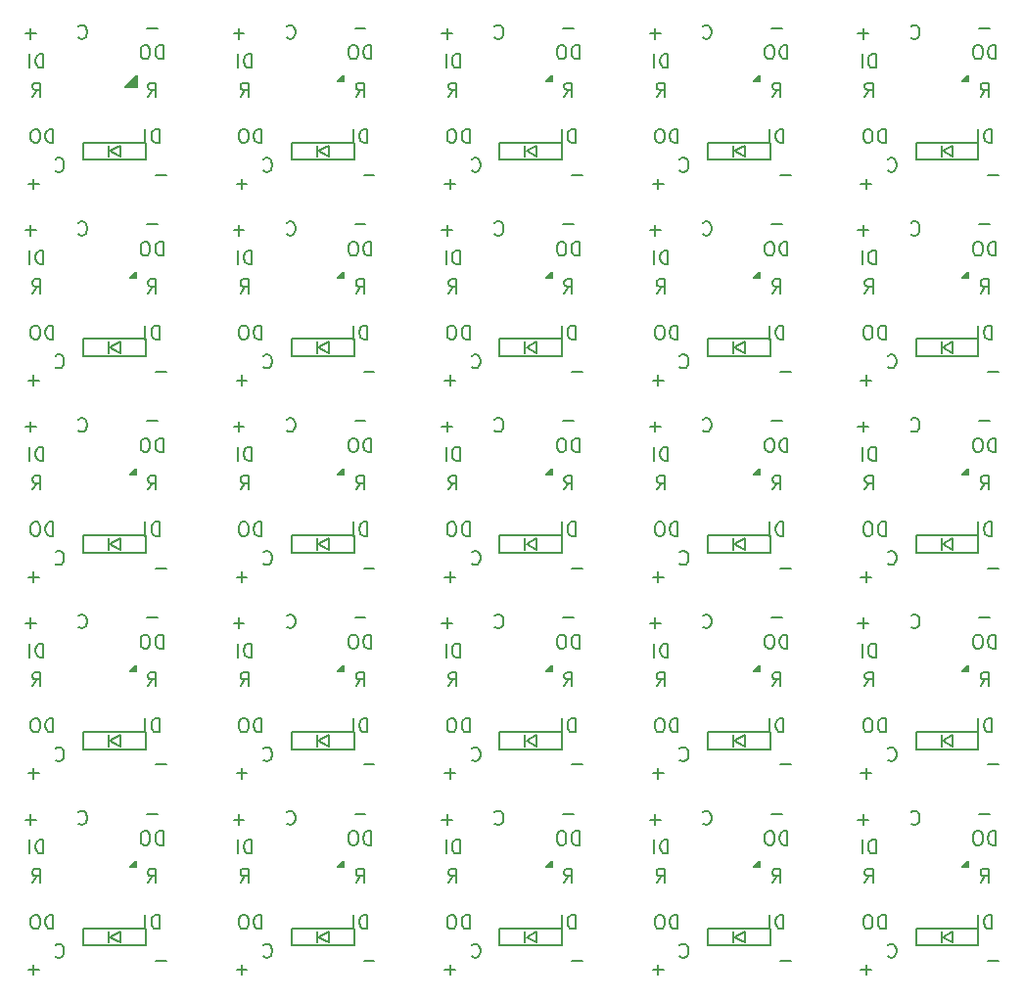
<source format=gbo>
G04 #@! TF.GenerationSoftware,KiCad,Pcbnew,5.1.5+dfsg1-2build2*
G04 #@! TF.CreationDate,2021-01-11T18:37:33+09:00*
G04 #@! TF.ProjectId,choc,63686f63-2e6b-4696-9361-645f70636258,rev?*
G04 #@! TF.SameCoordinates,Original*
G04 #@! TF.FileFunction,Legend,Bot*
G04 #@! TF.FilePolarity,Positive*
%FSLAX46Y46*%
G04 Gerber Fmt 4.6, Leading zero omitted, Abs format (unit mm)*
G04 Created by KiCad (PCBNEW 5.1.5+dfsg1-2build2) date 2021-01-11 18:37:33*
%MOMM*%
%LPD*%
G04 APERTURE LIST*
%ADD10C,0.200000*%
%ADD11C,0.150000*%
%ADD12R,1.902000X0.922000*%
%ADD13R,1.402000X1.052000*%
%ADD14C,2.302000*%
%ADD15C,4.102000*%
%ADD16C,2.002000*%
%ADD17C,1.102000*%
%ADD18C,1.902000*%
G04 APERTURE END LIST*
D10*
X145160571Y-96725571D02*
X145217714Y-96782714D01*
X145389142Y-96839857D01*
X145503428Y-96839857D01*
X145674857Y-96782714D01*
X145789142Y-96668428D01*
X145846285Y-96554142D01*
X145903428Y-96325571D01*
X145903428Y-96154142D01*
X145846285Y-95925571D01*
X145789142Y-95811285D01*
X145674857Y-95697000D01*
X145503428Y-95639857D01*
X145389142Y-95639857D01*
X145217714Y-95697000D01*
X145160571Y-95754142D01*
X127160571Y-96725571D02*
X127217714Y-96782714D01*
X127389142Y-96839857D01*
X127503428Y-96839857D01*
X127674857Y-96782714D01*
X127789142Y-96668428D01*
X127846285Y-96554142D01*
X127903428Y-96325571D01*
X127903428Y-96154142D01*
X127846285Y-95925571D01*
X127789142Y-95811285D01*
X127674857Y-95697000D01*
X127503428Y-95639857D01*
X127389142Y-95639857D01*
X127217714Y-95697000D01*
X127160571Y-95754142D01*
X109160571Y-96725571D02*
X109217714Y-96782714D01*
X109389142Y-96839857D01*
X109503428Y-96839857D01*
X109674857Y-96782714D01*
X109789142Y-96668428D01*
X109846285Y-96554142D01*
X109903428Y-96325571D01*
X109903428Y-96154142D01*
X109846285Y-95925571D01*
X109789142Y-95811285D01*
X109674857Y-95697000D01*
X109503428Y-95639857D01*
X109389142Y-95639857D01*
X109217714Y-95697000D01*
X109160571Y-95754142D01*
X91160571Y-96725571D02*
X91217714Y-96782714D01*
X91389142Y-96839857D01*
X91503428Y-96839857D01*
X91674857Y-96782714D01*
X91789142Y-96668428D01*
X91846285Y-96554142D01*
X91903428Y-96325571D01*
X91903428Y-96154142D01*
X91846285Y-95925571D01*
X91789142Y-95811285D01*
X91674857Y-95697000D01*
X91503428Y-95639857D01*
X91389142Y-95639857D01*
X91217714Y-95697000D01*
X91160571Y-95754142D01*
X73160571Y-96725571D02*
X73217714Y-96782714D01*
X73389142Y-96839857D01*
X73503428Y-96839857D01*
X73674857Y-96782714D01*
X73789142Y-96668428D01*
X73846285Y-96554142D01*
X73903428Y-96325571D01*
X73903428Y-96154142D01*
X73846285Y-95925571D01*
X73789142Y-95811285D01*
X73674857Y-95697000D01*
X73503428Y-95639857D01*
X73389142Y-95639857D01*
X73217714Y-95697000D01*
X73160571Y-95754142D01*
X145160571Y-79725571D02*
X145217714Y-79782714D01*
X145389142Y-79839857D01*
X145503428Y-79839857D01*
X145674857Y-79782714D01*
X145789142Y-79668428D01*
X145846285Y-79554142D01*
X145903428Y-79325571D01*
X145903428Y-79154142D01*
X145846285Y-78925571D01*
X145789142Y-78811285D01*
X145674857Y-78697000D01*
X145503428Y-78639857D01*
X145389142Y-78639857D01*
X145217714Y-78697000D01*
X145160571Y-78754142D01*
X127160571Y-79725571D02*
X127217714Y-79782714D01*
X127389142Y-79839857D01*
X127503428Y-79839857D01*
X127674857Y-79782714D01*
X127789142Y-79668428D01*
X127846285Y-79554142D01*
X127903428Y-79325571D01*
X127903428Y-79154142D01*
X127846285Y-78925571D01*
X127789142Y-78811285D01*
X127674857Y-78697000D01*
X127503428Y-78639857D01*
X127389142Y-78639857D01*
X127217714Y-78697000D01*
X127160571Y-78754142D01*
X109160571Y-79725571D02*
X109217714Y-79782714D01*
X109389142Y-79839857D01*
X109503428Y-79839857D01*
X109674857Y-79782714D01*
X109789142Y-79668428D01*
X109846285Y-79554142D01*
X109903428Y-79325571D01*
X109903428Y-79154142D01*
X109846285Y-78925571D01*
X109789142Y-78811285D01*
X109674857Y-78697000D01*
X109503428Y-78639857D01*
X109389142Y-78639857D01*
X109217714Y-78697000D01*
X109160571Y-78754142D01*
X91160571Y-79725571D02*
X91217714Y-79782714D01*
X91389142Y-79839857D01*
X91503428Y-79839857D01*
X91674857Y-79782714D01*
X91789142Y-79668428D01*
X91846285Y-79554142D01*
X91903428Y-79325571D01*
X91903428Y-79154142D01*
X91846285Y-78925571D01*
X91789142Y-78811285D01*
X91674857Y-78697000D01*
X91503428Y-78639857D01*
X91389142Y-78639857D01*
X91217714Y-78697000D01*
X91160571Y-78754142D01*
X73160571Y-79725571D02*
X73217714Y-79782714D01*
X73389142Y-79839857D01*
X73503428Y-79839857D01*
X73674857Y-79782714D01*
X73789142Y-79668428D01*
X73846285Y-79554142D01*
X73903428Y-79325571D01*
X73903428Y-79154142D01*
X73846285Y-78925571D01*
X73789142Y-78811285D01*
X73674857Y-78697000D01*
X73503428Y-78639857D01*
X73389142Y-78639857D01*
X73217714Y-78697000D01*
X73160571Y-78754142D01*
X145160571Y-62725571D02*
X145217714Y-62782714D01*
X145389142Y-62839857D01*
X145503428Y-62839857D01*
X145674857Y-62782714D01*
X145789142Y-62668428D01*
X145846285Y-62554142D01*
X145903428Y-62325571D01*
X145903428Y-62154142D01*
X145846285Y-61925571D01*
X145789142Y-61811285D01*
X145674857Y-61697000D01*
X145503428Y-61639857D01*
X145389142Y-61639857D01*
X145217714Y-61697000D01*
X145160571Y-61754142D01*
X127160571Y-62725571D02*
X127217714Y-62782714D01*
X127389142Y-62839857D01*
X127503428Y-62839857D01*
X127674857Y-62782714D01*
X127789142Y-62668428D01*
X127846285Y-62554142D01*
X127903428Y-62325571D01*
X127903428Y-62154142D01*
X127846285Y-61925571D01*
X127789142Y-61811285D01*
X127674857Y-61697000D01*
X127503428Y-61639857D01*
X127389142Y-61639857D01*
X127217714Y-61697000D01*
X127160571Y-61754142D01*
X109160571Y-62725571D02*
X109217714Y-62782714D01*
X109389142Y-62839857D01*
X109503428Y-62839857D01*
X109674857Y-62782714D01*
X109789142Y-62668428D01*
X109846285Y-62554142D01*
X109903428Y-62325571D01*
X109903428Y-62154142D01*
X109846285Y-61925571D01*
X109789142Y-61811285D01*
X109674857Y-61697000D01*
X109503428Y-61639857D01*
X109389142Y-61639857D01*
X109217714Y-61697000D01*
X109160571Y-61754142D01*
X91160571Y-62725571D02*
X91217714Y-62782714D01*
X91389142Y-62839857D01*
X91503428Y-62839857D01*
X91674857Y-62782714D01*
X91789142Y-62668428D01*
X91846285Y-62554142D01*
X91903428Y-62325571D01*
X91903428Y-62154142D01*
X91846285Y-61925571D01*
X91789142Y-61811285D01*
X91674857Y-61697000D01*
X91503428Y-61639857D01*
X91389142Y-61639857D01*
X91217714Y-61697000D01*
X91160571Y-61754142D01*
X73160571Y-62725571D02*
X73217714Y-62782714D01*
X73389142Y-62839857D01*
X73503428Y-62839857D01*
X73674857Y-62782714D01*
X73789142Y-62668428D01*
X73846285Y-62554142D01*
X73903428Y-62325571D01*
X73903428Y-62154142D01*
X73846285Y-61925571D01*
X73789142Y-61811285D01*
X73674857Y-61697000D01*
X73503428Y-61639857D01*
X73389142Y-61639857D01*
X73217714Y-61697000D01*
X73160571Y-61754142D01*
X145160571Y-45725571D02*
X145217714Y-45782714D01*
X145389142Y-45839857D01*
X145503428Y-45839857D01*
X145674857Y-45782714D01*
X145789142Y-45668428D01*
X145846285Y-45554142D01*
X145903428Y-45325571D01*
X145903428Y-45154142D01*
X145846285Y-44925571D01*
X145789142Y-44811285D01*
X145674857Y-44697000D01*
X145503428Y-44639857D01*
X145389142Y-44639857D01*
X145217714Y-44697000D01*
X145160571Y-44754142D01*
X127160571Y-45725571D02*
X127217714Y-45782714D01*
X127389142Y-45839857D01*
X127503428Y-45839857D01*
X127674857Y-45782714D01*
X127789142Y-45668428D01*
X127846285Y-45554142D01*
X127903428Y-45325571D01*
X127903428Y-45154142D01*
X127846285Y-44925571D01*
X127789142Y-44811285D01*
X127674857Y-44697000D01*
X127503428Y-44639857D01*
X127389142Y-44639857D01*
X127217714Y-44697000D01*
X127160571Y-44754142D01*
X109160571Y-45725571D02*
X109217714Y-45782714D01*
X109389142Y-45839857D01*
X109503428Y-45839857D01*
X109674857Y-45782714D01*
X109789142Y-45668428D01*
X109846285Y-45554142D01*
X109903428Y-45325571D01*
X109903428Y-45154142D01*
X109846285Y-44925571D01*
X109789142Y-44811285D01*
X109674857Y-44697000D01*
X109503428Y-44639857D01*
X109389142Y-44639857D01*
X109217714Y-44697000D01*
X109160571Y-44754142D01*
X91160571Y-45725571D02*
X91217714Y-45782714D01*
X91389142Y-45839857D01*
X91503428Y-45839857D01*
X91674857Y-45782714D01*
X91789142Y-45668428D01*
X91846285Y-45554142D01*
X91903428Y-45325571D01*
X91903428Y-45154142D01*
X91846285Y-44925571D01*
X91789142Y-44811285D01*
X91674857Y-44697000D01*
X91503428Y-44639857D01*
X91389142Y-44639857D01*
X91217714Y-44697000D01*
X91160571Y-44754142D01*
X73160571Y-45725571D02*
X73217714Y-45782714D01*
X73389142Y-45839857D01*
X73503428Y-45839857D01*
X73674857Y-45782714D01*
X73789142Y-45668428D01*
X73846285Y-45554142D01*
X73903428Y-45325571D01*
X73903428Y-45154142D01*
X73846285Y-44925571D01*
X73789142Y-44811285D01*
X73674857Y-44697000D01*
X73503428Y-44639857D01*
X73389142Y-44639857D01*
X73217714Y-44697000D01*
X73160571Y-44754142D01*
X145160571Y-28725571D02*
X145217714Y-28782714D01*
X145389142Y-28839857D01*
X145503428Y-28839857D01*
X145674857Y-28782714D01*
X145789142Y-28668428D01*
X145846285Y-28554142D01*
X145903428Y-28325571D01*
X145903428Y-28154142D01*
X145846285Y-27925571D01*
X145789142Y-27811285D01*
X145674857Y-27697000D01*
X145503428Y-27639857D01*
X145389142Y-27639857D01*
X145217714Y-27697000D01*
X145160571Y-27754142D01*
X127160571Y-28725571D02*
X127217714Y-28782714D01*
X127389142Y-28839857D01*
X127503428Y-28839857D01*
X127674857Y-28782714D01*
X127789142Y-28668428D01*
X127846285Y-28554142D01*
X127903428Y-28325571D01*
X127903428Y-28154142D01*
X127846285Y-27925571D01*
X127789142Y-27811285D01*
X127674857Y-27697000D01*
X127503428Y-27639857D01*
X127389142Y-27639857D01*
X127217714Y-27697000D01*
X127160571Y-27754142D01*
X109160571Y-28725571D02*
X109217714Y-28782714D01*
X109389142Y-28839857D01*
X109503428Y-28839857D01*
X109674857Y-28782714D01*
X109789142Y-28668428D01*
X109846285Y-28554142D01*
X109903428Y-28325571D01*
X109903428Y-28154142D01*
X109846285Y-27925571D01*
X109789142Y-27811285D01*
X109674857Y-27697000D01*
X109503428Y-27639857D01*
X109389142Y-27639857D01*
X109217714Y-27697000D01*
X109160571Y-27754142D01*
X91160571Y-28725571D02*
X91217714Y-28782714D01*
X91389142Y-28839857D01*
X91503428Y-28839857D01*
X91674857Y-28782714D01*
X91789142Y-28668428D01*
X91846285Y-28554142D01*
X91903428Y-28325571D01*
X91903428Y-28154142D01*
X91846285Y-27925571D01*
X91789142Y-27811285D01*
X91674857Y-27697000D01*
X91503428Y-27639857D01*
X91389142Y-27639857D01*
X91217714Y-27697000D01*
X91160571Y-27754142D01*
X152132000Y-105839857D02*
X152132000Y-104639857D01*
X151846285Y-104639857D01*
X151674857Y-104697000D01*
X151560571Y-104811285D01*
X151503428Y-104925571D01*
X151446285Y-105154142D01*
X151446285Y-105325571D01*
X151503428Y-105554142D01*
X151560571Y-105668428D01*
X151674857Y-105782714D01*
X151846285Y-105839857D01*
X152132000Y-105839857D01*
X150932000Y-105839857D02*
X150932000Y-104639857D01*
X134132000Y-105839857D02*
X134132000Y-104639857D01*
X133846285Y-104639857D01*
X133674857Y-104697000D01*
X133560571Y-104811285D01*
X133503428Y-104925571D01*
X133446285Y-105154142D01*
X133446285Y-105325571D01*
X133503428Y-105554142D01*
X133560571Y-105668428D01*
X133674857Y-105782714D01*
X133846285Y-105839857D01*
X134132000Y-105839857D01*
X132932000Y-105839857D02*
X132932000Y-104639857D01*
X116132000Y-105839857D02*
X116132000Y-104639857D01*
X115846285Y-104639857D01*
X115674857Y-104697000D01*
X115560571Y-104811285D01*
X115503428Y-104925571D01*
X115446285Y-105154142D01*
X115446285Y-105325571D01*
X115503428Y-105554142D01*
X115560571Y-105668428D01*
X115674857Y-105782714D01*
X115846285Y-105839857D01*
X116132000Y-105839857D01*
X114932000Y-105839857D02*
X114932000Y-104639857D01*
X98132000Y-105839857D02*
X98132000Y-104639857D01*
X97846285Y-104639857D01*
X97674857Y-104697000D01*
X97560571Y-104811285D01*
X97503428Y-104925571D01*
X97446285Y-105154142D01*
X97446285Y-105325571D01*
X97503428Y-105554142D01*
X97560571Y-105668428D01*
X97674857Y-105782714D01*
X97846285Y-105839857D01*
X98132000Y-105839857D01*
X96932000Y-105839857D02*
X96932000Y-104639857D01*
X80132000Y-105839857D02*
X80132000Y-104639857D01*
X79846285Y-104639857D01*
X79674857Y-104697000D01*
X79560571Y-104811285D01*
X79503428Y-104925571D01*
X79446285Y-105154142D01*
X79446285Y-105325571D01*
X79503428Y-105554142D01*
X79560571Y-105668428D01*
X79674857Y-105782714D01*
X79846285Y-105839857D01*
X80132000Y-105839857D01*
X78932000Y-105839857D02*
X78932000Y-104639857D01*
X152132000Y-88839857D02*
X152132000Y-87639857D01*
X151846285Y-87639857D01*
X151674857Y-87697000D01*
X151560571Y-87811285D01*
X151503428Y-87925571D01*
X151446285Y-88154142D01*
X151446285Y-88325571D01*
X151503428Y-88554142D01*
X151560571Y-88668428D01*
X151674857Y-88782714D01*
X151846285Y-88839857D01*
X152132000Y-88839857D01*
X150932000Y-88839857D02*
X150932000Y-87639857D01*
X134132000Y-88839857D02*
X134132000Y-87639857D01*
X133846285Y-87639857D01*
X133674857Y-87697000D01*
X133560571Y-87811285D01*
X133503428Y-87925571D01*
X133446285Y-88154142D01*
X133446285Y-88325571D01*
X133503428Y-88554142D01*
X133560571Y-88668428D01*
X133674857Y-88782714D01*
X133846285Y-88839857D01*
X134132000Y-88839857D01*
X132932000Y-88839857D02*
X132932000Y-87639857D01*
X116132000Y-88839857D02*
X116132000Y-87639857D01*
X115846285Y-87639857D01*
X115674857Y-87697000D01*
X115560571Y-87811285D01*
X115503428Y-87925571D01*
X115446285Y-88154142D01*
X115446285Y-88325571D01*
X115503428Y-88554142D01*
X115560571Y-88668428D01*
X115674857Y-88782714D01*
X115846285Y-88839857D01*
X116132000Y-88839857D01*
X114932000Y-88839857D02*
X114932000Y-87639857D01*
X98132000Y-88839857D02*
X98132000Y-87639857D01*
X97846285Y-87639857D01*
X97674857Y-87697000D01*
X97560571Y-87811285D01*
X97503428Y-87925571D01*
X97446285Y-88154142D01*
X97446285Y-88325571D01*
X97503428Y-88554142D01*
X97560571Y-88668428D01*
X97674857Y-88782714D01*
X97846285Y-88839857D01*
X98132000Y-88839857D01*
X96932000Y-88839857D02*
X96932000Y-87639857D01*
X80132000Y-88839857D02*
X80132000Y-87639857D01*
X79846285Y-87639857D01*
X79674857Y-87697000D01*
X79560571Y-87811285D01*
X79503428Y-87925571D01*
X79446285Y-88154142D01*
X79446285Y-88325571D01*
X79503428Y-88554142D01*
X79560571Y-88668428D01*
X79674857Y-88782714D01*
X79846285Y-88839857D01*
X80132000Y-88839857D01*
X78932000Y-88839857D02*
X78932000Y-87639857D01*
X152132000Y-71839857D02*
X152132000Y-70639857D01*
X151846285Y-70639857D01*
X151674857Y-70697000D01*
X151560571Y-70811285D01*
X151503428Y-70925571D01*
X151446285Y-71154142D01*
X151446285Y-71325571D01*
X151503428Y-71554142D01*
X151560571Y-71668428D01*
X151674857Y-71782714D01*
X151846285Y-71839857D01*
X152132000Y-71839857D01*
X150932000Y-71839857D02*
X150932000Y-70639857D01*
X134132000Y-71839857D02*
X134132000Y-70639857D01*
X133846285Y-70639857D01*
X133674857Y-70697000D01*
X133560571Y-70811285D01*
X133503428Y-70925571D01*
X133446285Y-71154142D01*
X133446285Y-71325571D01*
X133503428Y-71554142D01*
X133560571Y-71668428D01*
X133674857Y-71782714D01*
X133846285Y-71839857D01*
X134132000Y-71839857D01*
X132932000Y-71839857D02*
X132932000Y-70639857D01*
X116132000Y-71839857D02*
X116132000Y-70639857D01*
X115846285Y-70639857D01*
X115674857Y-70697000D01*
X115560571Y-70811285D01*
X115503428Y-70925571D01*
X115446285Y-71154142D01*
X115446285Y-71325571D01*
X115503428Y-71554142D01*
X115560571Y-71668428D01*
X115674857Y-71782714D01*
X115846285Y-71839857D01*
X116132000Y-71839857D01*
X114932000Y-71839857D02*
X114932000Y-70639857D01*
X98132000Y-71839857D02*
X98132000Y-70639857D01*
X97846285Y-70639857D01*
X97674857Y-70697000D01*
X97560571Y-70811285D01*
X97503428Y-70925571D01*
X97446285Y-71154142D01*
X97446285Y-71325571D01*
X97503428Y-71554142D01*
X97560571Y-71668428D01*
X97674857Y-71782714D01*
X97846285Y-71839857D01*
X98132000Y-71839857D01*
X96932000Y-71839857D02*
X96932000Y-70639857D01*
X80132000Y-71839857D02*
X80132000Y-70639857D01*
X79846285Y-70639857D01*
X79674857Y-70697000D01*
X79560571Y-70811285D01*
X79503428Y-70925571D01*
X79446285Y-71154142D01*
X79446285Y-71325571D01*
X79503428Y-71554142D01*
X79560571Y-71668428D01*
X79674857Y-71782714D01*
X79846285Y-71839857D01*
X80132000Y-71839857D01*
X78932000Y-71839857D02*
X78932000Y-70639857D01*
X152132000Y-54839857D02*
X152132000Y-53639857D01*
X151846285Y-53639857D01*
X151674857Y-53697000D01*
X151560571Y-53811285D01*
X151503428Y-53925571D01*
X151446285Y-54154142D01*
X151446285Y-54325571D01*
X151503428Y-54554142D01*
X151560571Y-54668428D01*
X151674857Y-54782714D01*
X151846285Y-54839857D01*
X152132000Y-54839857D01*
X150932000Y-54839857D02*
X150932000Y-53639857D01*
X134132000Y-54839857D02*
X134132000Y-53639857D01*
X133846285Y-53639857D01*
X133674857Y-53697000D01*
X133560571Y-53811285D01*
X133503428Y-53925571D01*
X133446285Y-54154142D01*
X133446285Y-54325571D01*
X133503428Y-54554142D01*
X133560571Y-54668428D01*
X133674857Y-54782714D01*
X133846285Y-54839857D01*
X134132000Y-54839857D01*
X132932000Y-54839857D02*
X132932000Y-53639857D01*
X116132000Y-54839857D02*
X116132000Y-53639857D01*
X115846285Y-53639857D01*
X115674857Y-53697000D01*
X115560571Y-53811285D01*
X115503428Y-53925571D01*
X115446285Y-54154142D01*
X115446285Y-54325571D01*
X115503428Y-54554142D01*
X115560571Y-54668428D01*
X115674857Y-54782714D01*
X115846285Y-54839857D01*
X116132000Y-54839857D01*
X114932000Y-54839857D02*
X114932000Y-53639857D01*
X98132000Y-54839857D02*
X98132000Y-53639857D01*
X97846285Y-53639857D01*
X97674857Y-53697000D01*
X97560571Y-53811285D01*
X97503428Y-53925571D01*
X97446285Y-54154142D01*
X97446285Y-54325571D01*
X97503428Y-54554142D01*
X97560571Y-54668428D01*
X97674857Y-54782714D01*
X97846285Y-54839857D01*
X98132000Y-54839857D01*
X96932000Y-54839857D02*
X96932000Y-53639857D01*
X80132000Y-54839857D02*
X80132000Y-53639857D01*
X79846285Y-53639857D01*
X79674857Y-53697000D01*
X79560571Y-53811285D01*
X79503428Y-53925571D01*
X79446285Y-54154142D01*
X79446285Y-54325571D01*
X79503428Y-54554142D01*
X79560571Y-54668428D01*
X79674857Y-54782714D01*
X79846285Y-54839857D01*
X80132000Y-54839857D01*
X78932000Y-54839857D02*
X78932000Y-53639857D01*
X152132000Y-37839857D02*
X152132000Y-36639857D01*
X151846285Y-36639857D01*
X151674857Y-36697000D01*
X151560571Y-36811285D01*
X151503428Y-36925571D01*
X151446285Y-37154142D01*
X151446285Y-37325571D01*
X151503428Y-37554142D01*
X151560571Y-37668428D01*
X151674857Y-37782714D01*
X151846285Y-37839857D01*
X152132000Y-37839857D01*
X150932000Y-37839857D02*
X150932000Y-36639857D01*
X134132000Y-37839857D02*
X134132000Y-36639857D01*
X133846285Y-36639857D01*
X133674857Y-36697000D01*
X133560571Y-36811285D01*
X133503428Y-36925571D01*
X133446285Y-37154142D01*
X133446285Y-37325571D01*
X133503428Y-37554142D01*
X133560571Y-37668428D01*
X133674857Y-37782714D01*
X133846285Y-37839857D01*
X134132000Y-37839857D01*
X132932000Y-37839857D02*
X132932000Y-36639857D01*
X116132000Y-37839857D02*
X116132000Y-36639857D01*
X115846285Y-36639857D01*
X115674857Y-36697000D01*
X115560571Y-36811285D01*
X115503428Y-36925571D01*
X115446285Y-37154142D01*
X115446285Y-37325571D01*
X115503428Y-37554142D01*
X115560571Y-37668428D01*
X115674857Y-37782714D01*
X115846285Y-37839857D01*
X116132000Y-37839857D01*
X114932000Y-37839857D02*
X114932000Y-36639857D01*
X98132000Y-37839857D02*
X98132000Y-36639857D01*
X97846285Y-36639857D01*
X97674857Y-36697000D01*
X97560571Y-36811285D01*
X97503428Y-36925571D01*
X97446285Y-37154142D01*
X97446285Y-37325571D01*
X97503428Y-37554142D01*
X97560571Y-37668428D01*
X97674857Y-37782714D01*
X97846285Y-37839857D01*
X98132000Y-37839857D01*
X96932000Y-37839857D02*
X96932000Y-36639857D01*
X142132000Y-99339857D02*
X142132000Y-98139857D01*
X141846285Y-98139857D01*
X141674857Y-98197000D01*
X141560571Y-98311285D01*
X141503428Y-98425571D01*
X141446285Y-98654142D01*
X141446285Y-98825571D01*
X141503428Y-99054142D01*
X141560571Y-99168428D01*
X141674857Y-99282714D01*
X141846285Y-99339857D01*
X142132000Y-99339857D01*
X140932000Y-99339857D02*
X140932000Y-98139857D01*
X124132000Y-99339857D02*
X124132000Y-98139857D01*
X123846285Y-98139857D01*
X123674857Y-98197000D01*
X123560571Y-98311285D01*
X123503428Y-98425571D01*
X123446285Y-98654142D01*
X123446285Y-98825571D01*
X123503428Y-99054142D01*
X123560571Y-99168428D01*
X123674857Y-99282714D01*
X123846285Y-99339857D01*
X124132000Y-99339857D01*
X122932000Y-99339857D02*
X122932000Y-98139857D01*
X106132000Y-99339857D02*
X106132000Y-98139857D01*
X105846285Y-98139857D01*
X105674857Y-98197000D01*
X105560571Y-98311285D01*
X105503428Y-98425571D01*
X105446285Y-98654142D01*
X105446285Y-98825571D01*
X105503428Y-99054142D01*
X105560571Y-99168428D01*
X105674857Y-99282714D01*
X105846285Y-99339857D01*
X106132000Y-99339857D01*
X104932000Y-99339857D02*
X104932000Y-98139857D01*
X88132000Y-99339857D02*
X88132000Y-98139857D01*
X87846285Y-98139857D01*
X87674857Y-98197000D01*
X87560571Y-98311285D01*
X87503428Y-98425571D01*
X87446285Y-98654142D01*
X87446285Y-98825571D01*
X87503428Y-99054142D01*
X87560571Y-99168428D01*
X87674857Y-99282714D01*
X87846285Y-99339857D01*
X88132000Y-99339857D01*
X86932000Y-99339857D02*
X86932000Y-98139857D01*
X70132000Y-99339857D02*
X70132000Y-98139857D01*
X69846285Y-98139857D01*
X69674857Y-98197000D01*
X69560571Y-98311285D01*
X69503428Y-98425571D01*
X69446285Y-98654142D01*
X69446285Y-98825571D01*
X69503428Y-99054142D01*
X69560571Y-99168428D01*
X69674857Y-99282714D01*
X69846285Y-99339857D01*
X70132000Y-99339857D01*
X68932000Y-99339857D02*
X68932000Y-98139857D01*
X142132000Y-82339857D02*
X142132000Y-81139857D01*
X141846285Y-81139857D01*
X141674857Y-81197000D01*
X141560571Y-81311285D01*
X141503428Y-81425571D01*
X141446285Y-81654142D01*
X141446285Y-81825571D01*
X141503428Y-82054142D01*
X141560571Y-82168428D01*
X141674857Y-82282714D01*
X141846285Y-82339857D01*
X142132000Y-82339857D01*
X140932000Y-82339857D02*
X140932000Y-81139857D01*
X124132000Y-82339857D02*
X124132000Y-81139857D01*
X123846285Y-81139857D01*
X123674857Y-81197000D01*
X123560571Y-81311285D01*
X123503428Y-81425571D01*
X123446285Y-81654142D01*
X123446285Y-81825571D01*
X123503428Y-82054142D01*
X123560571Y-82168428D01*
X123674857Y-82282714D01*
X123846285Y-82339857D01*
X124132000Y-82339857D01*
X122932000Y-82339857D02*
X122932000Y-81139857D01*
X106132000Y-82339857D02*
X106132000Y-81139857D01*
X105846285Y-81139857D01*
X105674857Y-81197000D01*
X105560571Y-81311285D01*
X105503428Y-81425571D01*
X105446285Y-81654142D01*
X105446285Y-81825571D01*
X105503428Y-82054142D01*
X105560571Y-82168428D01*
X105674857Y-82282714D01*
X105846285Y-82339857D01*
X106132000Y-82339857D01*
X104932000Y-82339857D02*
X104932000Y-81139857D01*
X88132000Y-82339857D02*
X88132000Y-81139857D01*
X87846285Y-81139857D01*
X87674857Y-81197000D01*
X87560571Y-81311285D01*
X87503428Y-81425571D01*
X87446285Y-81654142D01*
X87446285Y-81825571D01*
X87503428Y-82054142D01*
X87560571Y-82168428D01*
X87674857Y-82282714D01*
X87846285Y-82339857D01*
X88132000Y-82339857D01*
X86932000Y-82339857D02*
X86932000Y-81139857D01*
X70132000Y-82339857D02*
X70132000Y-81139857D01*
X69846285Y-81139857D01*
X69674857Y-81197000D01*
X69560571Y-81311285D01*
X69503428Y-81425571D01*
X69446285Y-81654142D01*
X69446285Y-81825571D01*
X69503428Y-82054142D01*
X69560571Y-82168428D01*
X69674857Y-82282714D01*
X69846285Y-82339857D01*
X70132000Y-82339857D01*
X68932000Y-82339857D02*
X68932000Y-81139857D01*
X142132000Y-65339857D02*
X142132000Y-64139857D01*
X141846285Y-64139857D01*
X141674857Y-64197000D01*
X141560571Y-64311285D01*
X141503428Y-64425571D01*
X141446285Y-64654142D01*
X141446285Y-64825571D01*
X141503428Y-65054142D01*
X141560571Y-65168428D01*
X141674857Y-65282714D01*
X141846285Y-65339857D01*
X142132000Y-65339857D01*
X140932000Y-65339857D02*
X140932000Y-64139857D01*
X124132000Y-65339857D02*
X124132000Y-64139857D01*
X123846285Y-64139857D01*
X123674857Y-64197000D01*
X123560571Y-64311285D01*
X123503428Y-64425571D01*
X123446285Y-64654142D01*
X123446285Y-64825571D01*
X123503428Y-65054142D01*
X123560571Y-65168428D01*
X123674857Y-65282714D01*
X123846285Y-65339857D01*
X124132000Y-65339857D01*
X122932000Y-65339857D02*
X122932000Y-64139857D01*
X106132000Y-65339857D02*
X106132000Y-64139857D01*
X105846285Y-64139857D01*
X105674857Y-64197000D01*
X105560571Y-64311285D01*
X105503428Y-64425571D01*
X105446285Y-64654142D01*
X105446285Y-64825571D01*
X105503428Y-65054142D01*
X105560571Y-65168428D01*
X105674857Y-65282714D01*
X105846285Y-65339857D01*
X106132000Y-65339857D01*
X104932000Y-65339857D02*
X104932000Y-64139857D01*
X88132000Y-65339857D02*
X88132000Y-64139857D01*
X87846285Y-64139857D01*
X87674857Y-64197000D01*
X87560571Y-64311285D01*
X87503428Y-64425571D01*
X87446285Y-64654142D01*
X87446285Y-64825571D01*
X87503428Y-65054142D01*
X87560571Y-65168428D01*
X87674857Y-65282714D01*
X87846285Y-65339857D01*
X88132000Y-65339857D01*
X86932000Y-65339857D02*
X86932000Y-64139857D01*
X70132000Y-65339857D02*
X70132000Y-64139857D01*
X69846285Y-64139857D01*
X69674857Y-64197000D01*
X69560571Y-64311285D01*
X69503428Y-64425571D01*
X69446285Y-64654142D01*
X69446285Y-64825571D01*
X69503428Y-65054142D01*
X69560571Y-65168428D01*
X69674857Y-65282714D01*
X69846285Y-65339857D01*
X70132000Y-65339857D01*
X68932000Y-65339857D02*
X68932000Y-64139857D01*
X142132000Y-48339857D02*
X142132000Y-47139857D01*
X141846285Y-47139857D01*
X141674857Y-47197000D01*
X141560571Y-47311285D01*
X141503428Y-47425571D01*
X141446285Y-47654142D01*
X141446285Y-47825571D01*
X141503428Y-48054142D01*
X141560571Y-48168428D01*
X141674857Y-48282714D01*
X141846285Y-48339857D01*
X142132000Y-48339857D01*
X140932000Y-48339857D02*
X140932000Y-47139857D01*
X124132000Y-48339857D02*
X124132000Y-47139857D01*
X123846285Y-47139857D01*
X123674857Y-47197000D01*
X123560571Y-47311285D01*
X123503428Y-47425571D01*
X123446285Y-47654142D01*
X123446285Y-47825571D01*
X123503428Y-48054142D01*
X123560571Y-48168428D01*
X123674857Y-48282714D01*
X123846285Y-48339857D01*
X124132000Y-48339857D01*
X122932000Y-48339857D02*
X122932000Y-47139857D01*
X106132000Y-48339857D02*
X106132000Y-47139857D01*
X105846285Y-47139857D01*
X105674857Y-47197000D01*
X105560571Y-47311285D01*
X105503428Y-47425571D01*
X105446285Y-47654142D01*
X105446285Y-47825571D01*
X105503428Y-48054142D01*
X105560571Y-48168428D01*
X105674857Y-48282714D01*
X105846285Y-48339857D01*
X106132000Y-48339857D01*
X104932000Y-48339857D02*
X104932000Y-47139857D01*
X88132000Y-48339857D02*
X88132000Y-47139857D01*
X87846285Y-47139857D01*
X87674857Y-47197000D01*
X87560571Y-47311285D01*
X87503428Y-47425571D01*
X87446285Y-47654142D01*
X87446285Y-47825571D01*
X87503428Y-48054142D01*
X87560571Y-48168428D01*
X87674857Y-48282714D01*
X87846285Y-48339857D01*
X88132000Y-48339857D01*
X86932000Y-48339857D02*
X86932000Y-47139857D01*
X70132000Y-48339857D02*
X70132000Y-47139857D01*
X69846285Y-47139857D01*
X69674857Y-47197000D01*
X69560571Y-47311285D01*
X69503428Y-47425571D01*
X69446285Y-47654142D01*
X69446285Y-47825571D01*
X69503428Y-48054142D01*
X69560571Y-48168428D01*
X69674857Y-48282714D01*
X69846285Y-48339857D01*
X70132000Y-48339857D01*
X68932000Y-48339857D02*
X68932000Y-47139857D01*
X142132000Y-31339857D02*
X142132000Y-30139857D01*
X141846285Y-30139857D01*
X141674857Y-30197000D01*
X141560571Y-30311285D01*
X141503428Y-30425571D01*
X141446285Y-30654142D01*
X141446285Y-30825571D01*
X141503428Y-31054142D01*
X141560571Y-31168428D01*
X141674857Y-31282714D01*
X141846285Y-31339857D01*
X142132000Y-31339857D01*
X140932000Y-31339857D02*
X140932000Y-30139857D01*
X124132000Y-31339857D02*
X124132000Y-30139857D01*
X123846285Y-30139857D01*
X123674857Y-30197000D01*
X123560571Y-30311285D01*
X123503428Y-30425571D01*
X123446285Y-30654142D01*
X123446285Y-30825571D01*
X123503428Y-31054142D01*
X123560571Y-31168428D01*
X123674857Y-31282714D01*
X123846285Y-31339857D01*
X124132000Y-31339857D01*
X122932000Y-31339857D02*
X122932000Y-30139857D01*
X106132000Y-31339857D02*
X106132000Y-30139857D01*
X105846285Y-30139857D01*
X105674857Y-30197000D01*
X105560571Y-30311285D01*
X105503428Y-30425571D01*
X105446285Y-30654142D01*
X105446285Y-30825571D01*
X105503428Y-31054142D01*
X105560571Y-31168428D01*
X105674857Y-31282714D01*
X105846285Y-31339857D01*
X106132000Y-31339857D01*
X104932000Y-31339857D02*
X104932000Y-30139857D01*
X88132000Y-31339857D02*
X88132000Y-30139857D01*
X87846285Y-30139857D01*
X87674857Y-30197000D01*
X87560571Y-30311285D01*
X87503428Y-30425571D01*
X87446285Y-30654142D01*
X87446285Y-30825571D01*
X87503428Y-31054142D01*
X87560571Y-31168428D01*
X87674857Y-31282714D01*
X87846285Y-31339857D01*
X88132000Y-31339857D01*
X86932000Y-31339857D02*
X86932000Y-30139857D01*
X151975142Y-95890714D02*
X151060857Y-95890714D01*
X133975142Y-95890714D02*
X133060857Y-95890714D01*
X115975142Y-95890714D02*
X115060857Y-95890714D01*
X97975142Y-95890714D02*
X97060857Y-95890714D01*
X79975142Y-95890714D02*
X79060857Y-95890714D01*
X151975142Y-78890714D02*
X151060857Y-78890714D01*
X133975142Y-78890714D02*
X133060857Y-78890714D01*
X115975142Y-78890714D02*
X115060857Y-78890714D01*
X97975142Y-78890714D02*
X97060857Y-78890714D01*
X79975142Y-78890714D02*
X79060857Y-78890714D01*
X151975142Y-61890714D02*
X151060857Y-61890714D01*
X133975142Y-61890714D02*
X133060857Y-61890714D01*
X115975142Y-61890714D02*
X115060857Y-61890714D01*
X97975142Y-61890714D02*
X97060857Y-61890714D01*
X79975142Y-61890714D02*
X79060857Y-61890714D01*
X151975142Y-44890714D02*
X151060857Y-44890714D01*
X133975142Y-44890714D02*
X133060857Y-44890714D01*
X115975142Y-44890714D02*
X115060857Y-44890714D01*
X97975142Y-44890714D02*
X97060857Y-44890714D01*
X79975142Y-44890714D02*
X79060857Y-44890714D01*
X151975142Y-27890714D02*
X151060857Y-27890714D01*
X133975142Y-27890714D02*
X133060857Y-27890714D01*
X115975142Y-27890714D02*
X115060857Y-27890714D01*
X97975142Y-27890714D02*
X97060857Y-27890714D01*
X152474857Y-98589857D02*
X152474857Y-97389857D01*
X152189142Y-97389857D01*
X152017714Y-97447000D01*
X151903428Y-97561285D01*
X151846285Y-97675571D01*
X151789142Y-97904142D01*
X151789142Y-98075571D01*
X151846285Y-98304142D01*
X151903428Y-98418428D01*
X152017714Y-98532714D01*
X152189142Y-98589857D01*
X152474857Y-98589857D01*
X151046285Y-97389857D02*
X150817714Y-97389857D01*
X150703428Y-97447000D01*
X150589142Y-97561285D01*
X150532000Y-97789857D01*
X150532000Y-98189857D01*
X150589142Y-98418428D01*
X150703428Y-98532714D01*
X150817714Y-98589857D01*
X151046285Y-98589857D01*
X151160571Y-98532714D01*
X151274857Y-98418428D01*
X151332000Y-98189857D01*
X151332000Y-97789857D01*
X151274857Y-97561285D01*
X151160571Y-97447000D01*
X151046285Y-97389857D01*
X134474857Y-98589857D02*
X134474857Y-97389857D01*
X134189142Y-97389857D01*
X134017714Y-97447000D01*
X133903428Y-97561285D01*
X133846285Y-97675571D01*
X133789142Y-97904142D01*
X133789142Y-98075571D01*
X133846285Y-98304142D01*
X133903428Y-98418428D01*
X134017714Y-98532714D01*
X134189142Y-98589857D01*
X134474857Y-98589857D01*
X133046285Y-97389857D02*
X132817714Y-97389857D01*
X132703428Y-97447000D01*
X132589142Y-97561285D01*
X132532000Y-97789857D01*
X132532000Y-98189857D01*
X132589142Y-98418428D01*
X132703428Y-98532714D01*
X132817714Y-98589857D01*
X133046285Y-98589857D01*
X133160571Y-98532714D01*
X133274857Y-98418428D01*
X133332000Y-98189857D01*
X133332000Y-97789857D01*
X133274857Y-97561285D01*
X133160571Y-97447000D01*
X133046285Y-97389857D01*
X116474857Y-98589857D02*
X116474857Y-97389857D01*
X116189142Y-97389857D01*
X116017714Y-97447000D01*
X115903428Y-97561285D01*
X115846285Y-97675571D01*
X115789142Y-97904142D01*
X115789142Y-98075571D01*
X115846285Y-98304142D01*
X115903428Y-98418428D01*
X116017714Y-98532714D01*
X116189142Y-98589857D01*
X116474857Y-98589857D01*
X115046285Y-97389857D02*
X114817714Y-97389857D01*
X114703428Y-97447000D01*
X114589142Y-97561285D01*
X114532000Y-97789857D01*
X114532000Y-98189857D01*
X114589142Y-98418428D01*
X114703428Y-98532714D01*
X114817714Y-98589857D01*
X115046285Y-98589857D01*
X115160571Y-98532714D01*
X115274857Y-98418428D01*
X115332000Y-98189857D01*
X115332000Y-97789857D01*
X115274857Y-97561285D01*
X115160571Y-97447000D01*
X115046285Y-97389857D01*
X98474857Y-98589857D02*
X98474857Y-97389857D01*
X98189142Y-97389857D01*
X98017714Y-97447000D01*
X97903428Y-97561285D01*
X97846285Y-97675571D01*
X97789142Y-97904142D01*
X97789142Y-98075571D01*
X97846285Y-98304142D01*
X97903428Y-98418428D01*
X98017714Y-98532714D01*
X98189142Y-98589857D01*
X98474857Y-98589857D01*
X97046285Y-97389857D02*
X96817714Y-97389857D01*
X96703428Y-97447000D01*
X96589142Y-97561285D01*
X96532000Y-97789857D01*
X96532000Y-98189857D01*
X96589142Y-98418428D01*
X96703428Y-98532714D01*
X96817714Y-98589857D01*
X97046285Y-98589857D01*
X97160571Y-98532714D01*
X97274857Y-98418428D01*
X97332000Y-98189857D01*
X97332000Y-97789857D01*
X97274857Y-97561285D01*
X97160571Y-97447000D01*
X97046285Y-97389857D01*
X80474857Y-98589857D02*
X80474857Y-97389857D01*
X80189142Y-97389857D01*
X80017714Y-97447000D01*
X79903428Y-97561285D01*
X79846285Y-97675571D01*
X79789142Y-97904142D01*
X79789142Y-98075571D01*
X79846285Y-98304142D01*
X79903428Y-98418428D01*
X80017714Y-98532714D01*
X80189142Y-98589857D01*
X80474857Y-98589857D01*
X79046285Y-97389857D02*
X78817714Y-97389857D01*
X78703428Y-97447000D01*
X78589142Y-97561285D01*
X78532000Y-97789857D01*
X78532000Y-98189857D01*
X78589142Y-98418428D01*
X78703428Y-98532714D01*
X78817714Y-98589857D01*
X79046285Y-98589857D01*
X79160571Y-98532714D01*
X79274857Y-98418428D01*
X79332000Y-98189857D01*
X79332000Y-97789857D01*
X79274857Y-97561285D01*
X79160571Y-97447000D01*
X79046285Y-97389857D01*
X152474857Y-81589857D02*
X152474857Y-80389857D01*
X152189142Y-80389857D01*
X152017714Y-80447000D01*
X151903428Y-80561285D01*
X151846285Y-80675571D01*
X151789142Y-80904142D01*
X151789142Y-81075571D01*
X151846285Y-81304142D01*
X151903428Y-81418428D01*
X152017714Y-81532714D01*
X152189142Y-81589857D01*
X152474857Y-81589857D01*
X151046285Y-80389857D02*
X150817714Y-80389857D01*
X150703428Y-80447000D01*
X150589142Y-80561285D01*
X150532000Y-80789857D01*
X150532000Y-81189857D01*
X150589142Y-81418428D01*
X150703428Y-81532714D01*
X150817714Y-81589857D01*
X151046285Y-81589857D01*
X151160571Y-81532714D01*
X151274857Y-81418428D01*
X151332000Y-81189857D01*
X151332000Y-80789857D01*
X151274857Y-80561285D01*
X151160571Y-80447000D01*
X151046285Y-80389857D01*
X134474857Y-81589857D02*
X134474857Y-80389857D01*
X134189142Y-80389857D01*
X134017714Y-80447000D01*
X133903428Y-80561285D01*
X133846285Y-80675571D01*
X133789142Y-80904142D01*
X133789142Y-81075571D01*
X133846285Y-81304142D01*
X133903428Y-81418428D01*
X134017714Y-81532714D01*
X134189142Y-81589857D01*
X134474857Y-81589857D01*
X133046285Y-80389857D02*
X132817714Y-80389857D01*
X132703428Y-80447000D01*
X132589142Y-80561285D01*
X132532000Y-80789857D01*
X132532000Y-81189857D01*
X132589142Y-81418428D01*
X132703428Y-81532714D01*
X132817714Y-81589857D01*
X133046285Y-81589857D01*
X133160571Y-81532714D01*
X133274857Y-81418428D01*
X133332000Y-81189857D01*
X133332000Y-80789857D01*
X133274857Y-80561285D01*
X133160571Y-80447000D01*
X133046285Y-80389857D01*
X116474857Y-81589857D02*
X116474857Y-80389857D01*
X116189142Y-80389857D01*
X116017714Y-80447000D01*
X115903428Y-80561285D01*
X115846285Y-80675571D01*
X115789142Y-80904142D01*
X115789142Y-81075571D01*
X115846285Y-81304142D01*
X115903428Y-81418428D01*
X116017714Y-81532714D01*
X116189142Y-81589857D01*
X116474857Y-81589857D01*
X115046285Y-80389857D02*
X114817714Y-80389857D01*
X114703428Y-80447000D01*
X114589142Y-80561285D01*
X114532000Y-80789857D01*
X114532000Y-81189857D01*
X114589142Y-81418428D01*
X114703428Y-81532714D01*
X114817714Y-81589857D01*
X115046285Y-81589857D01*
X115160571Y-81532714D01*
X115274857Y-81418428D01*
X115332000Y-81189857D01*
X115332000Y-80789857D01*
X115274857Y-80561285D01*
X115160571Y-80447000D01*
X115046285Y-80389857D01*
X98474857Y-81589857D02*
X98474857Y-80389857D01*
X98189142Y-80389857D01*
X98017714Y-80447000D01*
X97903428Y-80561285D01*
X97846285Y-80675571D01*
X97789142Y-80904142D01*
X97789142Y-81075571D01*
X97846285Y-81304142D01*
X97903428Y-81418428D01*
X98017714Y-81532714D01*
X98189142Y-81589857D01*
X98474857Y-81589857D01*
X97046285Y-80389857D02*
X96817714Y-80389857D01*
X96703428Y-80447000D01*
X96589142Y-80561285D01*
X96532000Y-80789857D01*
X96532000Y-81189857D01*
X96589142Y-81418428D01*
X96703428Y-81532714D01*
X96817714Y-81589857D01*
X97046285Y-81589857D01*
X97160571Y-81532714D01*
X97274857Y-81418428D01*
X97332000Y-81189857D01*
X97332000Y-80789857D01*
X97274857Y-80561285D01*
X97160571Y-80447000D01*
X97046285Y-80389857D01*
X80474857Y-81589857D02*
X80474857Y-80389857D01*
X80189142Y-80389857D01*
X80017714Y-80447000D01*
X79903428Y-80561285D01*
X79846285Y-80675571D01*
X79789142Y-80904142D01*
X79789142Y-81075571D01*
X79846285Y-81304142D01*
X79903428Y-81418428D01*
X80017714Y-81532714D01*
X80189142Y-81589857D01*
X80474857Y-81589857D01*
X79046285Y-80389857D02*
X78817714Y-80389857D01*
X78703428Y-80447000D01*
X78589142Y-80561285D01*
X78532000Y-80789857D01*
X78532000Y-81189857D01*
X78589142Y-81418428D01*
X78703428Y-81532714D01*
X78817714Y-81589857D01*
X79046285Y-81589857D01*
X79160571Y-81532714D01*
X79274857Y-81418428D01*
X79332000Y-81189857D01*
X79332000Y-80789857D01*
X79274857Y-80561285D01*
X79160571Y-80447000D01*
X79046285Y-80389857D01*
X152474857Y-64589857D02*
X152474857Y-63389857D01*
X152189142Y-63389857D01*
X152017714Y-63447000D01*
X151903428Y-63561285D01*
X151846285Y-63675571D01*
X151789142Y-63904142D01*
X151789142Y-64075571D01*
X151846285Y-64304142D01*
X151903428Y-64418428D01*
X152017714Y-64532714D01*
X152189142Y-64589857D01*
X152474857Y-64589857D01*
X151046285Y-63389857D02*
X150817714Y-63389857D01*
X150703428Y-63447000D01*
X150589142Y-63561285D01*
X150532000Y-63789857D01*
X150532000Y-64189857D01*
X150589142Y-64418428D01*
X150703428Y-64532714D01*
X150817714Y-64589857D01*
X151046285Y-64589857D01*
X151160571Y-64532714D01*
X151274857Y-64418428D01*
X151332000Y-64189857D01*
X151332000Y-63789857D01*
X151274857Y-63561285D01*
X151160571Y-63447000D01*
X151046285Y-63389857D01*
X134474857Y-64589857D02*
X134474857Y-63389857D01*
X134189142Y-63389857D01*
X134017714Y-63447000D01*
X133903428Y-63561285D01*
X133846285Y-63675571D01*
X133789142Y-63904142D01*
X133789142Y-64075571D01*
X133846285Y-64304142D01*
X133903428Y-64418428D01*
X134017714Y-64532714D01*
X134189142Y-64589857D01*
X134474857Y-64589857D01*
X133046285Y-63389857D02*
X132817714Y-63389857D01*
X132703428Y-63447000D01*
X132589142Y-63561285D01*
X132532000Y-63789857D01*
X132532000Y-64189857D01*
X132589142Y-64418428D01*
X132703428Y-64532714D01*
X132817714Y-64589857D01*
X133046285Y-64589857D01*
X133160571Y-64532714D01*
X133274857Y-64418428D01*
X133332000Y-64189857D01*
X133332000Y-63789857D01*
X133274857Y-63561285D01*
X133160571Y-63447000D01*
X133046285Y-63389857D01*
X116474857Y-64589857D02*
X116474857Y-63389857D01*
X116189142Y-63389857D01*
X116017714Y-63447000D01*
X115903428Y-63561285D01*
X115846285Y-63675571D01*
X115789142Y-63904142D01*
X115789142Y-64075571D01*
X115846285Y-64304142D01*
X115903428Y-64418428D01*
X116017714Y-64532714D01*
X116189142Y-64589857D01*
X116474857Y-64589857D01*
X115046285Y-63389857D02*
X114817714Y-63389857D01*
X114703428Y-63447000D01*
X114589142Y-63561285D01*
X114532000Y-63789857D01*
X114532000Y-64189857D01*
X114589142Y-64418428D01*
X114703428Y-64532714D01*
X114817714Y-64589857D01*
X115046285Y-64589857D01*
X115160571Y-64532714D01*
X115274857Y-64418428D01*
X115332000Y-64189857D01*
X115332000Y-63789857D01*
X115274857Y-63561285D01*
X115160571Y-63447000D01*
X115046285Y-63389857D01*
X98474857Y-64589857D02*
X98474857Y-63389857D01*
X98189142Y-63389857D01*
X98017714Y-63447000D01*
X97903428Y-63561285D01*
X97846285Y-63675571D01*
X97789142Y-63904142D01*
X97789142Y-64075571D01*
X97846285Y-64304142D01*
X97903428Y-64418428D01*
X98017714Y-64532714D01*
X98189142Y-64589857D01*
X98474857Y-64589857D01*
X97046285Y-63389857D02*
X96817714Y-63389857D01*
X96703428Y-63447000D01*
X96589142Y-63561285D01*
X96532000Y-63789857D01*
X96532000Y-64189857D01*
X96589142Y-64418428D01*
X96703428Y-64532714D01*
X96817714Y-64589857D01*
X97046285Y-64589857D01*
X97160571Y-64532714D01*
X97274857Y-64418428D01*
X97332000Y-64189857D01*
X97332000Y-63789857D01*
X97274857Y-63561285D01*
X97160571Y-63447000D01*
X97046285Y-63389857D01*
X80474857Y-64589857D02*
X80474857Y-63389857D01*
X80189142Y-63389857D01*
X80017714Y-63447000D01*
X79903428Y-63561285D01*
X79846285Y-63675571D01*
X79789142Y-63904142D01*
X79789142Y-64075571D01*
X79846285Y-64304142D01*
X79903428Y-64418428D01*
X80017714Y-64532714D01*
X80189142Y-64589857D01*
X80474857Y-64589857D01*
X79046285Y-63389857D02*
X78817714Y-63389857D01*
X78703428Y-63447000D01*
X78589142Y-63561285D01*
X78532000Y-63789857D01*
X78532000Y-64189857D01*
X78589142Y-64418428D01*
X78703428Y-64532714D01*
X78817714Y-64589857D01*
X79046285Y-64589857D01*
X79160571Y-64532714D01*
X79274857Y-64418428D01*
X79332000Y-64189857D01*
X79332000Y-63789857D01*
X79274857Y-63561285D01*
X79160571Y-63447000D01*
X79046285Y-63389857D01*
X152474857Y-47589857D02*
X152474857Y-46389857D01*
X152189142Y-46389857D01*
X152017714Y-46447000D01*
X151903428Y-46561285D01*
X151846285Y-46675571D01*
X151789142Y-46904142D01*
X151789142Y-47075571D01*
X151846285Y-47304142D01*
X151903428Y-47418428D01*
X152017714Y-47532714D01*
X152189142Y-47589857D01*
X152474857Y-47589857D01*
X151046285Y-46389857D02*
X150817714Y-46389857D01*
X150703428Y-46447000D01*
X150589142Y-46561285D01*
X150532000Y-46789857D01*
X150532000Y-47189857D01*
X150589142Y-47418428D01*
X150703428Y-47532714D01*
X150817714Y-47589857D01*
X151046285Y-47589857D01*
X151160571Y-47532714D01*
X151274857Y-47418428D01*
X151332000Y-47189857D01*
X151332000Y-46789857D01*
X151274857Y-46561285D01*
X151160571Y-46447000D01*
X151046285Y-46389857D01*
X134474857Y-47589857D02*
X134474857Y-46389857D01*
X134189142Y-46389857D01*
X134017714Y-46447000D01*
X133903428Y-46561285D01*
X133846285Y-46675571D01*
X133789142Y-46904142D01*
X133789142Y-47075571D01*
X133846285Y-47304142D01*
X133903428Y-47418428D01*
X134017714Y-47532714D01*
X134189142Y-47589857D01*
X134474857Y-47589857D01*
X133046285Y-46389857D02*
X132817714Y-46389857D01*
X132703428Y-46447000D01*
X132589142Y-46561285D01*
X132532000Y-46789857D01*
X132532000Y-47189857D01*
X132589142Y-47418428D01*
X132703428Y-47532714D01*
X132817714Y-47589857D01*
X133046285Y-47589857D01*
X133160571Y-47532714D01*
X133274857Y-47418428D01*
X133332000Y-47189857D01*
X133332000Y-46789857D01*
X133274857Y-46561285D01*
X133160571Y-46447000D01*
X133046285Y-46389857D01*
X116474857Y-47589857D02*
X116474857Y-46389857D01*
X116189142Y-46389857D01*
X116017714Y-46447000D01*
X115903428Y-46561285D01*
X115846285Y-46675571D01*
X115789142Y-46904142D01*
X115789142Y-47075571D01*
X115846285Y-47304142D01*
X115903428Y-47418428D01*
X116017714Y-47532714D01*
X116189142Y-47589857D01*
X116474857Y-47589857D01*
X115046285Y-46389857D02*
X114817714Y-46389857D01*
X114703428Y-46447000D01*
X114589142Y-46561285D01*
X114532000Y-46789857D01*
X114532000Y-47189857D01*
X114589142Y-47418428D01*
X114703428Y-47532714D01*
X114817714Y-47589857D01*
X115046285Y-47589857D01*
X115160571Y-47532714D01*
X115274857Y-47418428D01*
X115332000Y-47189857D01*
X115332000Y-46789857D01*
X115274857Y-46561285D01*
X115160571Y-46447000D01*
X115046285Y-46389857D01*
X98474857Y-47589857D02*
X98474857Y-46389857D01*
X98189142Y-46389857D01*
X98017714Y-46447000D01*
X97903428Y-46561285D01*
X97846285Y-46675571D01*
X97789142Y-46904142D01*
X97789142Y-47075571D01*
X97846285Y-47304142D01*
X97903428Y-47418428D01*
X98017714Y-47532714D01*
X98189142Y-47589857D01*
X98474857Y-47589857D01*
X97046285Y-46389857D02*
X96817714Y-46389857D01*
X96703428Y-46447000D01*
X96589142Y-46561285D01*
X96532000Y-46789857D01*
X96532000Y-47189857D01*
X96589142Y-47418428D01*
X96703428Y-47532714D01*
X96817714Y-47589857D01*
X97046285Y-47589857D01*
X97160571Y-47532714D01*
X97274857Y-47418428D01*
X97332000Y-47189857D01*
X97332000Y-46789857D01*
X97274857Y-46561285D01*
X97160571Y-46447000D01*
X97046285Y-46389857D01*
X80474857Y-47589857D02*
X80474857Y-46389857D01*
X80189142Y-46389857D01*
X80017714Y-46447000D01*
X79903428Y-46561285D01*
X79846285Y-46675571D01*
X79789142Y-46904142D01*
X79789142Y-47075571D01*
X79846285Y-47304142D01*
X79903428Y-47418428D01*
X80017714Y-47532714D01*
X80189142Y-47589857D01*
X80474857Y-47589857D01*
X79046285Y-46389857D02*
X78817714Y-46389857D01*
X78703428Y-46447000D01*
X78589142Y-46561285D01*
X78532000Y-46789857D01*
X78532000Y-47189857D01*
X78589142Y-47418428D01*
X78703428Y-47532714D01*
X78817714Y-47589857D01*
X79046285Y-47589857D01*
X79160571Y-47532714D01*
X79274857Y-47418428D01*
X79332000Y-47189857D01*
X79332000Y-46789857D01*
X79274857Y-46561285D01*
X79160571Y-46447000D01*
X79046285Y-46389857D01*
X152474857Y-30589857D02*
X152474857Y-29389857D01*
X152189142Y-29389857D01*
X152017714Y-29447000D01*
X151903428Y-29561285D01*
X151846285Y-29675571D01*
X151789142Y-29904142D01*
X151789142Y-30075571D01*
X151846285Y-30304142D01*
X151903428Y-30418428D01*
X152017714Y-30532714D01*
X152189142Y-30589857D01*
X152474857Y-30589857D01*
X151046285Y-29389857D02*
X150817714Y-29389857D01*
X150703428Y-29447000D01*
X150589142Y-29561285D01*
X150532000Y-29789857D01*
X150532000Y-30189857D01*
X150589142Y-30418428D01*
X150703428Y-30532714D01*
X150817714Y-30589857D01*
X151046285Y-30589857D01*
X151160571Y-30532714D01*
X151274857Y-30418428D01*
X151332000Y-30189857D01*
X151332000Y-29789857D01*
X151274857Y-29561285D01*
X151160571Y-29447000D01*
X151046285Y-29389857D01*
X134474857Y-30589857D02*
X134474857Y-29389857D01*
X134189142Y-29389857D01*
X134017714Y-29447000D01*
X133903428Y-29561285D01*
X133846285Y-29675571D01*
X133789142Y-29904142D01*
X133789142Y-30075571D01*
X133846285Y-30304142D01*
X133903428Y-30418428D01*
X134017714Y-30532714D01*
X134189142Y-30589857D01*
X134474857Y-30589857D01*
X133046285Y-29389857D02*
X132817714Y-29389857D01*
X132703428Y-29447000D01*
X132589142Y-29561285D01*
X132532000Y-29789857D01*
X132532000Y-30189857D01*
X132589142Y-30418428D01*
X132703428Y-30532714D01*
X132817714Y-30589857D01*
X133046285Y-30589857D01*
X133160571Y-30532714D01*
X133274857Y-30418428D01*
X133332000Y-30189857D01*
X133332000Y-29789857D01*
X133274857Y-29561285D01*
X133160571Y-29447000D01*
X133046285Y-29389857D01*
X116474857Y-30589857D02*
X116474857Y-29389857D01*
X116189142Y-29389857D01*
X116017714Y-29447000D01*
X115903428Y-29561285D01*
X115846285Y-29675571D01*
X115789142Y-29904142D01*
X115789142Y-30075571D01*
X115846285Y-30304142D01*
X115903428Y-30418428D01*
X116017714Y-30532714D01*
X116189142Y-30589857D01*
X116474857Y-30589857D01*
X115046285Y-29389857D02*
X114817714Y-29389857D01*
X114703428Y-29447000D01*
X114589142Y-29561285D01*
X114532000Y-29789857D01*
X114532000Y-30189857D01*
X114589142Y-30418428D01*
X114703428Y-30532714D01*
X114817714Y-30589857D01*
X115046285Y-30589857D01*
X115160571Y-30532714D01*
X115274857Y-30418428D01*
X115332000Y-30189857D01*
X115332000Y-29789857D01*
X115274857Y-29561285D01*
X115160571Y-29447000D01*
X115046285Y-29389857D01*
X98474857Y-30589857D02*
X98474857Y-29389857D01*
X98189142Y-29389857D01*
X98017714Y-29447000D01*
X97903428Y-29561285D01*
X97846285Y-29675571D01*
X97789142Y-29904142D01*
X97789142Y-30075571D01*
X97846285Y-30304142D01*
X97903428Y-30418428D01*
X98017714Y-30532714D01*
X98189142Y-30589857D01*
X98474857Y-30589857D01*
X97046285Y-29389857D02*
X96817714Y-29389857D01*
X96703428Y-29447000D01*
X96589142Y-29561285D01*
X96532000Y-29789857D01*
X96532000Y-30189857D01*
X96589142Y-30418428D01*
X96703428Y-30532714D01*
X96817714Y-30589857D01*
X97046285Y-30589857D01*
X97160571Y-30532714D01*
X97274857Y-30418428D01*
X97332000Y-30189857D01*
X97332000Y-29789857D01*
X97274857Y-29561285D01*
X97160571Y-29447000D01*
X97046285Y-29389857D01*
X143160571Y-108225571D02*
X143217714Y-108282714D01*
X143389142Y-108339857D01*
X143503428Y-108339857D01*
X143674857Y-108282714D01*
X143789142Y-108168428D01*
X143846285Y-108054142D01*
X143903428Y-107825571D01*
X143903428Y-107654142D01*
X143846285Y-107425571D01*
X143789142Y-107311285D01*
X143674857Y-107197000D01*
X143503428Y-107139857D01*
X143389142Y-107139857D01*
X143217714Y-107197000D01*
X143160571Y-107254142D01*
X125160571Y-108225571D02*
X125217714Y-108282714D01*
X125389142Y-108339857D01*
X125503428Y-108339857D01*
X125674857Y-108282714D01*
X125789142Y-108168428D01*
X125846285Y-108054142D01*
X125903428Y-107825571D01*
X125903428Y-107654142D01*
X125846285Y-107425571D01*
X125789142Y-107311285D01*
X125674857Y-107197000D01*
X125503428Y-107139857D01*
X125389142Y-107139857D01*
X125217714Y-107197000D01*
X125160571Y-107254142D01*
X107160571Y-108225571D02*
X107217714Y-108282714D01*
X107389142Y-108339857D01*
X107503428Y-108339857D01*
X107674857Y-108282714D01*
X107789142Y-108168428D01*
X107846285Y-108054142D01*
X107903428Y-107825571D01*
X107903428Y-107654142D01*
X107846285Y-107425571D01*
X107789142Y-107311285D01*
X107674857Y-107197000D01*
X107503428Y-107139857D01*
X107389142Y-107139857D01*
X107217714Y-107197000D01*
X107160571Y-107254142D01*
X89160571Y-108225571D02*
X89217714Y-108282714D01*
X89389142Y-108339857D01*
X89503428Y-108339857D01*
X89674857Y-108282714D01*
X89789142Y-108168428D01*
X89846285Y-108054142D01*
X89903428Y-107825571D01*
X89903428Y-107654142D01*
X89846285Y-107425571D01*
X89789142Y-107311285D01*
X89674857Y-107197000D01*
X89503428Y-107139857D01*
X89389142Y-107139857D01*
X89217714Y-107197000D01*
X89160571Y-107254142D01*
X71160571Y-108225571D02*
X71217714Y-108282714D01*
X71389142Y-108339857D01*
X71503428Y-108339857D01*
X71674857Y-108282714D01*
X71789142Y-108168428D01*
X71846285Y-108054142D01*
X71903428Y-107825571D01*
X71903428Y-107654142D01*
X71846285Y-107425571D01*
X71789142Y-107311285D01*
X71674857Y-107197000D01*
X71503428Y-107139857D01*
X71389142Y-107139857D01*
X71217714Y-107197000D01*
X71160571Y-107254142D01*
X143160571Y-91225571D02*
X143217714Y-91282714D01*
X143389142Y-91339857D01*
X143503428Y-91339857D01*
X143674857Y-91282714D01*
X143789142Y-91168428D01*
X143846285Y-91054142D01*
X143903428Y-90825571D01*
X143903428Y-90654142D01*
X143846285Y-90425571D01*
X143789142Y-90311285D01*
X143674857Y-90197000D01*
X143503428Y-90139857D01*
X143389142Y-90139857D01*
X143217714Y-90197000D01*
X143160571Y-90254142D01*
X125160571Y-91225571D02*
X125217714Y-91282714D01*
X125389142Y-91339857D01*
X125503428Y-91339857D01*
X125674857Y-91282714D01*
X125789142Y-91168428D01*
X125846285Y-91054142D01*
X125903428Y-90825571D01*
X125903428Y-90654142D01*
X125846285Y-90425571D01*
X125789142Y-90311285D01*
X125674857Y-90197000D01*
X125503428Y-90139857D01*
X125389142Y-90139857D01*
X125217714Y-90197000D01*
X125160571Y-90254142D01*
X107160571Y-91225571D02*
X107217714Y-91282714D01*
X107389142Y-91339857D01*
X107503428Y-91339857D01*
X107674857Y-91282714D01*
X107789142Y-91168428D01*
X107846285Y-91054142D01*
X107903428Y-90825571D01*
X107903428Y-90654142D01*
X107846285Y-90425571D01*
X107789142Y-90311285D01*
X107674857Y-90197000D01*
X107503428Y-90139857D01*
X107389142Y-90139857D01*
X107217714Y-90197000D01*
X107160571Y-90254142D01*
X89160571Y-91225571D02*
X89217714Y-91282714D01*
X89389142Y-91339857D01*
X89503428Y-91339857D01*
X89674857Y-91282714D01*
X89789142Y-91168428D01*
X89846285Y-91054142D01*
X89903428Y-90825571D01*
X89903428Y-90654142D01*
X89846285Y-90425571D01*
X89789142Y-90311285D01*
X89674857Y-90197000D01*
X89503428Y-90139857D01*
X89389142Y-90139857D01*
X89217714Y-90197000D01*
X89160571Y-90254142D01*
X71160571Y-91225571D02*
X71217714Y-91282714D01*
X71389142Y-91339857D01*
X71503428Y-91339857D01*
X71674857Y-91282714D01*
X71789142Y-91168428D01*
X71846285Y-91054142D01*
X71903428Y-90825571D01*
X71903428Y-90654142D01*
X71846285Y-90425571D01*
X71789142Y-90311285D01*
X71674857Y-90197000D01*
X71503428Y-90139857D01*
X71389142Y-90139857D01*
X71217714Y-90197000D01*
X71160571Y-90254142D01*
X143160571Y-74225571D02*
X143217714Y-74282714D01*
X143389142Y-74339857D01*
X143503428Y-74339857D01*
X143674857Y-74282714D01*
X143789142Y-74168428D01*
X143846285Y-74054142D01*
X143903428Y-73825571D01*
X143903428Y-73654142D01*
X143846285Y-73425571D01*
X143789142Y-73311285D01*
X143674857Y-73197000D01*
X143503428Y-73139857D01*
X143389142Y-73139857D01*
X143217714Y-73197000D01*
X143160571Y-73254142D01*
X125160571Y-74225571D02*
X125217714Y-74282714D01*
X125389142Y-74339857D01*
X125503428Y-74339857D01*
X125674857Y-74282714D01*
X125789142Y-74168428D01*
X125846285Y-74054142D01*
X125903428Y-73825571D01*
X125903428Y-73654142D01*
X125846285Y-73425571D01*
X125789142Y-73311285D01*
X125674857Y-73197000D01*
X125503428Y-73139857D01*
X125389142Y-73139857D01*
X125217714Y-73197000D01*
X125160571Y-73254142D01*
X107160571Y-74225571D02*
X107217714Y-74282714D01*
X107389142Y-74339857D01*
X107503428Y-74339857D01*
X107674857Y-74282714D01*
X107789142Y-74168428D01*
X107846285Y-74054142D01*
X107903428Y-73825571D01*
X107903428Y-73654142D01*
X107846285Y-73425571D01*
X107789142Y-73311285D01*
X107674857Y-73197000D01*
X107503428Y-73139857D01*
X107389142Y-73139857D01*
X107217714Y-73197000D01*
X107160571Y-73254142D01*
X89160571Y-74225571D02*
X89217714Y-74282714D01*
X89389142Y-74339857D01*
X89503428Y-74339857D01*
X89674857Y-74282714D01*
X89789142Y-74168428D01*
X89846285Y-74054142D01*
X89903428Y-73825571D01*
X89903428Y-73654142D01*
X89846285Y-73425571D01*
X89789142Y-73311285D01*
X89674857Y-73197000D01*
X89503428Y-73139857D01*
X89389142Y-73139857D01*
X89217714Y-73197000D01*
X89160571Y-73254142D01*
X71160571Y-74225571D02*
X71217714Y-74282714D01*
X71389142Y-74339857D01*
X71503428Y-74339857D01*
X71674857Y-74282714D01*
X71789142Y-74168428D01*
X71846285Y-74054142D01*
X71903428Y-73825571D01*
X71903428Y-73654142D01*
X71846285Y-73425571D01*
X71789142Y-73311285D01*
X71674857Y-73197000D01*
X71503428Y-73139857D01*
X71389142Y-73139857D01*
X71217714Y-73197000D01*
X71160571Y-73254142D01*
X143160571Y-57225571D02*
X143217714Y-57282714D01*
X143389142Y-57339857D01*
X143503428Y-57339857D01*
X143674857Y-57282714D01*
X143789142Y-57168428D01*
X143846285Y-57054142D01*
X143903428Y-56825571D01*
X143903428Y-56654142D01*
X143846285Y-56425571D01*
X143789142Y-56311285D01*
X143674857Y-56197000D01*
X143503428Y-56139857D01*
X143389142Y-56139857D01*
X143217714Y-56197000D01*
X143160571Y-56254142D01*
X125160571Y-57225571D02*
X125217714Y-57282714D01*
X125389142Y-57339857D01*
X125503428Y-57339857D01*
X125674857Y-57282714D01*
X125789142Y-57168428D01*
X125846285Y-57054142D01*
X125903428Y-56825571D01*
X125903428Y-56654142D01*
X125846285Y-56425571D01*
X125789142Y-56311285D01*
X125674857Y-56197000D01*
X125503428Y-56139857D01*
X125389142Y-56139857D01*
X125217714Y-56197000D01*
X125160571Y-56254142D01*
X107160571Y-57225571D02*
X107217714Y-57282714D01*
X107389142Y-57339857D01*
X107503428Y-57339857D01*
X107674857Y-57282714D01*
X107789142Y-57168428D01*
X107846285Y-57054142D01*
X107903428Y-56825571D01*
X107903428Y-56654142D01*
X107846285Y-56425571D01*
X107789142Y-56311285D01*
X107674857Y-56197000D01*
X107503428Y-56139857D01*
X107389142Y-56139857D01*
X107217714Y-56197000D01*
X107160571Y-56254142D01*
X89160571Y-57225571D02*
X89217714Y-57282714D01*
X89389142Y-57339857D01*
X89503428Y-57339857D01*
X89674857Y-57282714D01*
X89789142Y-57168428D01*
X89846285Y-57054142D01*
X89903428Y-56825571D01*
X89903428Y-56654142D01*
X89846285Y-56425571D01*
X89789142Y-56311285D01*
X89674857Y-56197000D01*
X89503428Y-56139857D01*
X89389142Y-56139857D01*
X89217714Y-56197000D01*
X89160571Y-56254142D01*
X71160571Y-57225571D02*
X71217714Y-57282714D01*
X71389142Y-57339857D01*
X71503428Y-57339857D01*
X71674857Y-57282714D01*
X71789142Y-57168428D01*
X71846285Y-57054142D01*
X71903428Y-56825571D01*
X71903428Y-56654142D01*
X71846285Y-56425571D01*
X71789142Y-56311285D01*
X71674857Y-56197000D01*
X71503428Y-56139857D01*
X71389142Y-56139857D01*
X71217714Y-56197000D01*
X71160571Y-56254142D01*
X143160571Y-40225571D02*
X143217714Y-40282714D01*
X143389142Y-40339857D01*
X143503428Y-40339857D01*
X143674857Y-40282714D01*
X143789142Y-40168428D01*
X143846285Y-40054142D01*
X143903428Y-39825571D01*
X143903428Y-39654142D01*
X143846285Y-39425571D01*
X143789142Y-39311285D01*
X143674857Y-39197000D01*
X143503428Y-39139857D01*
X143389142Y-39139857D01*
X143217714Y-39197000D01*
X143160571Y-39254142D01*
X125160571Y-40225571D02*
X125217714Y-40282714D01*
X125389142Y-40339857D01*
X125503428Y-40339857D01*
X125674857Y-40282714D01*
X125789142Y-40168428D01*
X125846285Y-40054142D01*
X125903428Y-39825571D01*
X125903428Y-39654142D01*
X125846285Y-39425571D01*
X125789142Y-39311285D01*
X125674857Y-39197000D01*
X125503428Y-39139857D01*
X125389142Y-39139857D01*
X125217714Y-39197000D01*
X125160571Y-39254142D01*
X107160571Y-40225571D02*
X107217714Y-40282714D01*
X107389142Y-40339857D01*
X107503428Y-40339857D01*
X107674857Y-40282714D01*
X107789142Y-40168428D01*
X107846285Y-40054142D01*
X107903428Y-39825571D01*
X107903428Y-39654142D01*
X107846285Y-39425571D01*
X107789142Y-39311285D01*
X107674857Y-39197000D01*
X107503428Y-39139857D01*
X107389142Y-39139857D01*
X107217714Y-39197000D01*
X107160571Y-39254142D01*
X89160571Y-40225571D02*
X89217714Y-40282714D01*
X89389142Y-40339857D01*
X89503428Y-40339857D01*
X89674857Y-40282714D01*
X89789142Y-40168428D01*
X89846285Y-40054142D01*
X89903428Y-39825571D01*
X89903428Y-39654142D01*
X89846285Y-39425571D01*
X89789142Y-39311285D01*
X89674857Y-39197000D01*
X89503428Y-39139857D01*
X89389142Y-39139857D01*
X89217714Y-39197000D01*
X89160571Y-39254142D01*
X141489142Y-96382714D02*
X140574857Y-96382714D01*
X141032000Y-96839857D02*
X141032000Y-95925571D01*
X123489142Y-96382714D02*
X122574857Y-96382714D01*
X123032000Y-96839857D02*
X123032000Y-95925571D01*
X105489142Y-96382714D02*
X104574857Y-96382714D01*
X105032000Y-96839857D02*
X105032000Y-95925571D01*
X87489142Y-96382714D02*
X86574857Y-96382714D01*
X87032000Y-96839857D02*
X87032000Y-95925571D01*
X69489142Y-96382714D02*
X68574857Y-96382714D01*
X69032000Y-96839857D02*
X69032000Y-95925571D01*
X141489142Y-79382714D02*
X140574857Y-79382714D01*
X141032000Y-79839857D02*
X141032000Y-78925571D01*
X123489142Y-79382714D02*
X122574857Y-79382714D01*
X123032000Y-79839857D02*
X123032000Y-78925571D01*
X105489142Y-79382714D02*
X104574857Y-79382714D01*
X105032000Y-79839857D02*
X105032000Y-78925571D01*
X87489142Y-79382714D02*
X86574857Y-79382714D01*
X87032000Y-79839857D02*
X87032000Y-78925571D01*
X69489142Y-79382714D02*
X68574857Y-79382714D01*
X69032000Y-79839857D02*
X69032000Y-78925571D01*
X141489142Y-62382714D02*
X140574857Y-62382714D01*
X141032000Y-62839857D02*
X141032000Y-61925571D01*
X123489142Y-62382714D02*
X122574857Y-62382714D01*
X123032000Y-62839857D02*
X123032000Y-61925571D01*
X105489142Y-62382714D02*
X104574857Y-62382714D01*
X105032000Y-62839857D02*
X105032000Y-61925571D01*
X87489142Y-62382714D02*
X86574857Y-62382714D01*
X87032000Y-62839857D02*
X87032000Y-61925571D01*
X69489142Y-62382714D02*
X68574857Y-62382714D01*
X69032000Y-62839857D02*
X69032000Y-61925571D01*
X141489142Y-45382714D02*
X140574857Y-45382714D01*
X141032000Y-45839857D02*
X141032000Y-44925571D01*
X123489142Y-45382714D02*
X122574857Y-45382714D01*
X123032000Y-45839857D02*
X123032000Y-44925571D01*
X105489142Y-45382714D02*
X104574857Y-45382714D01*
X105032000Y-45839857D02*
X105032000Y-44925571D01*
X87489142Y-45382714D02*
X86574857Y-45382714D01*
X87032000Y-45839857D02*
X87032000Y-44925571D01*
X69489142Y-45382714D02*
X68574857Y-45382714D01*
X69032000Y-45839857D02*
X69032000Y-44925571D01*
X141489142Y-28382714D02*
X140574857Y-28382714D01*
X141032000Y-28839857D02*
X141032000Y-27925571D01*
X123489142Y-28382714D02*
X122574857Y-28382714D01*
X123032000Y-28839857D02*
X123032000Y-27925571D01*
X105489142Y-28382714D02*
X104574857Y-28382714D01*
X105032000Y-28839857D02*
X105032000Y-27925571D01*
X87489142Y-28382714D02*
X86574857Y-28382714D01*
X87032000Y-28839857D02*
X87032000Y-27925571D01*
X141160571Y-101839857D02*
X141560571Y-101268428D01*
X141846285Y-101839857D02*
X141846285Y-100639857D01*
X141389142Y-100639857D01*
X141274857Y-100697000D01*
X141217714Y-100754142D01*
X141160571Y-100868428D01*
X141160571Y-101039857D01*
X141217714Y-101154142D01*
X141274857Y-101211285D01*
X141389142Y-101268428D01*
X141846285Y-101268428D01*
X123160571Y-101839857D02*
X123560571Y-101268428D01*
X123846285Y-101839857D02*
X123846285Y-100639857D01*
X123389142Y-100639857D01*
X123274857Y-100697000D01*
X123217714Y-100754142D01*
X123160571Y-100868428D01*
X123160571Y-101039857D01*
X123217714Y-101154142D01*
X123274857Y-101211285D01*
X123389142Y-101268428D01*
X123846285Y-101268428D01*
X105160571Y-101839857D02*
X105560571Y-101268428D01*
X105846285Y-101839857D02*
X105846285Y-100639857D01*
X105389142Y-100639857D01*
X105274857Y-100697000D01*
X105217714Y-100754142D01*
X105160571Y-100868428D01*
X105160571Y-101039857D01*
X105217714Y-101154142D01*
X105274857Y-101211285D01*
X105389142Y-101268428D01*
X105846285Y-101268428D01*
X87160571Y-101839857D02*
X87560571Y-101268428D01*
X87846285Y-101839857D02*
X87846285Y-100639857D01*
X87389142Y-100639857D01*
X87274857Y-100697000D01*
X87217714Y-100754142D01*
X87160571Y-100868428D01*
X87160571Y-101039857D01*
X87217714Y-101154142D01*
X87274857Y-101211285D01*
X87389142Y-101268428D01*
X87846285Y-101268428D01*
X69160571Y-101839857D02*
X69560571Y-101268428D01*
X69846285Y-101839857D02*
X69846285Y-100639857D01*
X69389142Y-100639857D01*
X69274857Y-100697000D01*
X69217714Y-100754142D01*
X69160571Y-100868428D01*
X69160571Y-101039857D01*
X69217714Y-101154142D01*
X69274857Y-101211285D01*
X69389142Y-101268428D01*
X69846285Y-101268428D01*
X141160571Y-84839857D02*
X141560571Y-84268428D01*
X141846285Y-84839857D02*
X141846285Y-83639857D01*
X141389142Y-83639857D01*
X141274857Y-83697000D01*
X141217714Y-83754142D01*
X141160571Y-83868428D01*
X141160571Y-84039857D01*
X141217714Y-84154142D01*
X141274857Y-84211285D01*
X141389142Y-84268428D01*
X141846285Y-84268428D01*
X123160571Y-84839857D02*
X123560571Y-84268428D01*
X123846285Y-84839857D02*
X123846285Y-83639857D01*
X123389142Y-83639857D01*
X123274857Y-83697000D01*
X123217714Y-83754142D01*
X123160571Y-83868428D01*
X123160571Y-84039857D01*
X123217714Y-84154142D01*
X123274857Y-84211285D01*
X123389142Y-84268428D01*
X123846285Y-84268428D01*
X105160571Y-84839857D02*
X105560571Y-84268428D01*
X105846285Y-84839857D02*
X105846285Y-83639857D01*
X105389142Y-83639857D01*
X105274857Y-83697000D01*
X105217714Y-83754142D01*
X105160571Y-83868428D01*
X105160571Y-84039857D01*
X105217714Y-84154142D01*
X105274857Y-84211285D01*
X105389142Y-84268428D01*
X105846285Y-84268428D01*
X87160571Y-84839857D02*
X87560571Y-84268428D01*
X87846285Y-84839857D02*
X87846285Y-83639857D01*
X87389142Y-83639857D01*
X87274857Y-83697000D01*
X87217714Y-83754142D01*
X87160571Y-83868428D01*
X87160571Y-84039857D01*
X87217714Y-84154142D01*
X87274857Y-84211285D01*
X87389142Y-84268428D01*
X87846285Y-84268428D01*
X69160571Y-84839857D02*
X69560571Y-84268428D01*
X69846285Y-84839857D02*
X69846285Y-83639857D01*
X69389142Y-83639857D01*
X69274857Y-83697000D01*
X69217714Y-83754142D01*
X69160571Y-83868428D01*
X69160571Y-84039857D01*
X69217714Y-84154142D01*
X69274857Y-84211285D01*
X69389142Y-84268428D01*
X69846285Y-84268428D01*
X141160571Y-67839857D02*
X141560571Y-67268428D01*
X141846285Y-67839857D02*
X141846285Y-66639857D01*
X141389142Y-66639857D01*
X141274857Y-66697000D01*
X141217714Y-66754142D01*
X141160571Y-66868428D01*
X141160571Y-67039857D01*
X141217714Y-67154142D01*
X141274857Y-67211285D01*
X141389142Y-67268428D01*
X141846285Y-67268428D01*
X123160571Y-67839857D02*
X123560571Y-67268428D01*
X123846285Y-67839857D02*
X123846285Y-66639857D01*
X123389142Y-66639857D01*
X123274857Y-66697000D01*
X123217714Y-66754142D01*
X123160571Y-66868428D01*
X123160571Y-67039857D01*
X123217714Y-67154142D01*
X123274857Y-67211285D01*
X123389142Y-67268428D01*
X123846285Y-67268428D01*
X105160571Y-67839857D02*
X105560571Y-67268428D01*
X105846285Y-67839857D02*
X105846285Y-66639857D01*
X105389142Y-66639857D01*
X105274857Y-66697000D01*
X105217714Y-66754142D01*
X105160571Y-66868428D01*
X105160571Y-67039857D01*
X105217714Y-67154142D01*
X105274857Y-67211285D01*
X105389142Y-67268428D01*
X105846285Y-67268428D01*
X87160571Y-67839857D02*
X87560571Y-67268428D01*
X87846285Y-67839857D02*
X87846285Y-66639857D01*
X87389142Y-66639857D01*
X87274857Y-66697000D01*
X87217714Y-66754142D01*
X87160571Y-66868428D01*
X87160571Y-67039857D01*
X87217714Y-67154142D01*
X87274857Y-67211285D01*
X87389142Y-67268428D01*
X87846285Y-67268428D01*
X69160571Y-67839857D02*
X69560571Y-67268428D01*
X69846285Y-67839857D02*
X69846285Y-66639857D01*
X69389142Y-66639857D01*
X69274857Y-66697000D01*
X69217714Y-66754142D01*
X69160571Y-66868428D01*
X69160571Y-67039857D01*
X69217714Y-67154142D01*
X69274857Y-67211285D01*
X69389142Y-67268428D01*
X69846285Y-67268428D01*
X141160571Y-50839857D02*
X141560571Y-50268428D01*
X141846285Y-50839857D02*
X141846285Y-49639857D01*
X141389142Y-49639857D01*
X141274857Y-49697000D01*
X141217714Y-49754142D01*
X141160571Y-49868428D01*
X141160571Y-50039857D01*
X141217714Y-50154142D01*
X141274857Y-50211285D01*
X141389142Y-50268428D01*
X141846285Y-50268428D01*
X123160571Y-50839857D02*
X123560571Y-50268428D01*
X123846285Y-50839857D02*
X123846285Y-49639857D01*
X123389142Y-49639857D01*
X123274857Y-49697000D01*
X123217714Y-49754142D01*
X123160571Y-49868428D01*
X123160571Y-50039857D01*
X123217714Y-50154142D01*
X123274857Y-50211285D01*
X123389142Y-50268428D01*
X123846285Y-50268428D01*
X105160571Y-50839857D02*
X105560571Y-50268428D01*
X105846285Y-50839857D02*
X105846285Y-49639857D01*
X105389142Y-49639857D01*
X105274857Y-49697000D01*
X105217714Y-49754142D01*
X105160571Y-49868428D01*
X105160571Y-50039857D01*
X105217714Y-50154142D01*
X105274857Y-50211285D01*
X105389142Y-50268428D01*
X105846285Y-50268428D01*
X87160571Y-50839857D02*
X87560571Y-50268428D01*
X87846285Y-50839857D02*
X87846285Y-49639857D01*
X87389142Y-49639857D01*
X87274857Y-49697000D01*
X87217714Y-49754142D01*
X87160571Y-49868428D01*
X87160571Y-50039857D01*
X87217714Y-50154142D01*
X87274857Y-50211285D01*
X87389142Y-50268428D01*
X87846285Y-50268428D01*
X69160571Y-50839857D02*
X69560571Y-50268428D01*
X69846285Y-50839857D02*
X69846285Y-49639857D01*
X69389142Y-49639857D01*
X69274857Y-49697000D01*
X69217714Y-49754142D01*
X69160571Y-49868428D01*
X69160571Y-50039857D01*
X69217714Y-50154142D01*
X69274857Y-50211285D01*
X69389142Y-50268428D01*
X69846285Y-50268428D01*
X141160571Y-33839857D02*
X141560571Y-33268428D01*
X141846285Y-33839857D02*
X141846285Y-32639857D01*
X141389142Y-32639857D01*
X141274857Y-32697000D01*
X141217714Y-32754142D01*
X141160571Y-32868428D01*
X141160571Y-33039857D01*
X141217714Y-33154142D01*
X141274857Y-33211285D01*
X141389142Y-33268428D01*
X141846285Y-33268428D01*
X123160571Y-33839857D02*
X123560571Y-33268428D01*
X123846285Y-33839857D02*
X123846285Y-32639857D01*
X123389142Y-32639857D01*
X123274857Y-32697000D01*
X123217714Y-32754142D01*
X123160571Y-32868428D01*
X123160571Y-33039857D01*
X123217714Y-33154142D01*
X123274857Y-33211285D01*
X123389142Y-33268428D01*
X123846285Y-33268428D01*
X105160571Y-33839857D02*
X105560571Y-33268428D01*
X105846285Y-33839857D02*
X105846285Y-32639857D01*
X105389142Y-32639857D01*
X105274857Y-32697000D01*
X105217714Y-32754142D01*
X105160571Y-32868428D01*
X105160571Y-33039857D01*
X105217714Y-33154142D01*
X105274857Y-33211285D01*
X105389142Y-33268428D01*
X105846285Y-33268428D01*
X87160571Y-33839857D02*
X87560571Y-33268428D01*
X87846285Y-33839857D02*
X87846285Y-32639857D01*
X87389142Y-32639857D01*
X87274857Y-32697000D01*
X87217714Y-32754142D01*
X87160571Y-32868428D01*
X87160571Y-33039857D01*
X87217714Y-33154142D01*
X87274857Y-33211285D01*
X87389142Y-33268428D01*
X87846285Y-33268428D01*
X151160571Y-101839857D02*
X151560571Y-101268428D01*
X151846285Y-101839857D02*
X151846285Y-100639857D01*
X151389142Y-100639857D01*
X151274857Y-100697000D01*
X151217714Y-100754142D01*
X151160571Y-100868428D01*
X151160571Y-101039857D01*
X151217714Y-101154142D01*
X151274857Y-101211285D01*
X151389142Y-101268428D01*
X151846285Y-101268428D01*
X133160571Y-101839857D02*
X133560571Y-101268428D01*
X133846285Y-101839857D02*
X133846285Y-100639857D01*
X133389142Y-100639857D01*
X133274857Y-100697000D01*
X133217714Y-100754142D01*
X133160571Y-100868428D01*
X133160571Y-101039857D01*
X133217714Y-101154142D01*
X133274857Y-101211285D01*
X133389142Y-101268428D01*
X133846285Y-101268428D01*
X115160571Y-101839857D02*
X115560571Y-101268428D01*
X115846285Y-101839857D02*
X115846285Y-100639857D01*
X115389142Y-100639857D01*
X115274857Y-100697000D01*
X115217714Y-100754142D01*
X115160571Y-100868428D01*
X115160571Y-101039857D01*
X115217714Y-101154142D01*
X115274857Y-101211285D01*
X115389142Y-101268428D01*
X115846285Y-101268428D01*
X97160571Y-101839857D02*
X97560571Y-101268428D01*
X97846285Y-101839857D02*
X97846285Y-100639857D01*
X97389142Y-100639857D01*
X97274857Y-100697000D01*
X97217714Y-100754142D01*
X97160571Y-100868428D01*
X97160571Y-101039857D01*
X97217714Y-101154142D01*
X97274857Y-101211285D01*
X97389142Y-101268428D01*
X97846285Y-101268428D01*
X79160571Y-101839857D02*
X79560571Y-101268428D01*
X79846285Y-101839857D02*
X79846285Y-100639857D01*
X79389142Y-100639857D01*
X79274857Y-100697000D01*
X79217714Y-100754142D01*
X79160571Y-100868428D01*
X79160571Y-101039857D01*
X79217714Y-101154142D01*
X79274857Y-101211285D01*
X79389142Y-101268428D01*
X79846285Y-101268428D01*
X151160571Y-84839857D02*
X151560571Y-84268428D01*
X151846285Y-84839857D02*
X151846285Y-83639857D01*
X151389142Y-83639857D01*
X151274857Y-83697000D01*
X151217714Y-83754142D01*
X151160571Y-83868428D01*
X151160571Y-84039857D01*
X151217714Y-84154142D01*
X151274857Y-84211285D01*
X151389142Y-84268428D01*
X151846285Y-84268428D01*
X133160571Y-84839857D02*
X133560571Y-84268428D01*
X133846285Y-84839857D02*
X133846285Y-83639857D01*
X133389142Y-83639857D01*
X133274857Y-83697000D01*
X133217714Y-83754142D01*
X133160571Y-83868428D01*
X133160571Y-84039857D01*
X133217714Y-84154142D01*
X133274857Y-84211285D01*
X133389142Y-84268428D01*
X133846285Y-84268428D01*
X115160571Y-84839857D02*
X115560571Y-84268428D01*
X115846285Y-84839857D02*
X115846285Y-83639857D01*
X115389142Y-83639857D01*
X115274857Y-83697000D01*
X115217714Y-83754142D01*
X115160571Y-83868428D01*
X115160571Y-84039857D01*
X115217714Y-84154142D01*
X115274857Y-84211285D01*
X115389142Y-84268428D01*
X115846285Y-84268428D01*
X97160571Y-84839857D02*
X97560571Y-84268428D01*
X97846285Y-84839857D02*
X97846285Y-83639857D01*
X97389142Y-83639857D01*
X97274857Y-83697000D01*
X97217714Y-83754142D01*
X97160571Y-83868428D01*
X97160571Y-84039857D01*
X97217714Y-84154142D01*
X97274857Y-84211285D01*
X97389142Y-84268428D01*
X97846285Y-84268428D01*
X79160571Y-84839857D02*
X79560571Y-84268428D01*
X79846285Y-84839857D02*
X79846285Y-83639857D01*
X79389142Y-83639857D01*
X79274857Y-83697000D01*
X79217714Y-83754142D01*
X79160571Y-83868428D01*
X79160571Y-84039857D01*
X79217714Y-84154142D01*
X79274857Y-84211285D01*
X79389142Y-84268428D01*
X79846285Y-84268428D01*
X151160571Y-67839857D02*
X151560571Y-67268428D01*
X151846285Y-67839857D02*
X151846285Y-66639857D01*
X151389142Y-66639857D01*
X151274857Y-66697000D01*
X151217714Y-66754142D01*
X151160571Y-66868428D01*
X151160571Y-67039857D01*
X151217714Y-67154142D01*
X151274857Y-67211285D01*
X151389142Y-67268428D01*
X151846285Y-67268428D01*
X133160571Y-67839857D02*
X133560571Y-67268428D01*
X133846285Y-67839857D02*
X133846285Y-66639857D01*
X133389142Y-66639857D01*
X133274857Y-66697000D01*
X133217714Y-66754142D01*
X133160571Y-66868428D01*
X133160571Y-67039857D01*
X133217714Y-67154142D01*
X133274857Y-67211285D01*
X133389142Y-67268428D01*
X133846285Y-67268428D01*
X115160571Y-67839857D02*
X115560571Y-67268428D01*
X115846285Y-67839857D02*
X115846285Y-66639857D01*
X115389142Y-66639857D01*
X115274857Y-66697000D01*
X115217714Y-66754142D01*
X115160571Y-66868428D01*
X115160571Y-67039857D01*
X115217714Y-67154142D01*
X115274857Y-67211285D01*
X115389142Y-67268428D01*
X115846285Y-67268428D01*
X97160571Y-67839857D02*
X97560571Y-67268428D01*
X97846285Y-67839857D02*
X97846285Y-66639857D01*
X97389142Y-66639857D01*
X97274857Y-66697000D01*
X97217714Y-66754142D01*
X97160571Y-66868428D01*
X97160571Y-67039857D01*
X97217714Y-67154142D01*
X97274857Y-67211285D01*
X97389142Y-67268428D01*
X97846285Y-67268428D01*
X79160571Y-67839857D02*
X79560571Y-67268428D01*
X79846285Y-67839857D02*
X79846285Y-66639857D01*
X79389142Y-66639857D01*
X79274857Y-66697000D01*
X79217714Y-66754142D01*
X79160571Y-66868428D01*
X79160571Y-67039857D01*
X79217714Y-67154142D01*
X79274857Y-67211285D01*
X79389142Y-67268428D01*
X79846285Y-67268428D01*
X151160571Y-50839857D02*
X151560571Y-50268428D01*
X151846285Y-50839857D02*
X151846285Y-49639857D01*
X151389142Y-49639857D01*
X151274857Y-49697000D01*
X151217714Y-49754142D01*
X151160571Y-49868428D01*
X151160571Y-50039857D01*
X151217714Y-50154142D01*
X151274857Y-50211285D01*
X151389142Y-50268428D01*
X151846285Y-50268428D01*
X133160571Y-50839857D02*
X133560571Y-50268428D01*
X133846285Y-50839857D02*
X133846285Y-49639857D01*
X133389142Y-49639857D01*
X133274857Y-49697000D01*
X133217714Y-49754142D01*
X133160571Y-49868428D01*
X133160571Y-50039857D01*
X133217714Y-50154142D01*
X133274857Y-50211285D01*
X133389142Y-50268428D01*
X133846285Y-50268428D01*
X115160571Y-50839857D02*
X115560571Y-50268428D01*
X115846285Y-50839857D02*
X115846285Y-49639857D01*
X115389142Y-49639857D01*
X115274857Y-49697000D01*
X115217714Y-49754142D01*
X115160571Y-49868428D01*
X115160571Y-50039857D01*
X115217714Y-50154142D01*
X115274857Y-50211285D01*
X115389142Y-50268428D01*
X115846285Y-50268428D01*
X97160571Y-50839857D02*
X97560571Y-50268428D01*
X97846285Y-50839857D02*
X97846285Y-49639857D01*
X97389142Y-49639857D01*
X97274857Y-49697000D01*
X97217714Y-49754142D01*
X97160571Y-49868428D01*
X97160571Y-50039857D01*
X97217714Y-50154142D01*
X97274857Y-50211285D01*
X97389142Y-50268428D01*
X97846285Y-50268428D01*
X79160571Y-50839857D02*
X79560571Y-50268428D01*
X79846285Y-50839857D02*
X79846285Y-49639857D01*
X79389142Y-49639857D01*
X79274857Y-49697000D01*
X79217714Y-49754142D01*
X79160571Y-49868428D01*
X79160571Y-50039857D01*
X79217714Y-50154142D01*
X79274857Y-50211285D01*
X79389142Y-50268428D01*
X79846285Y-50268428D01*
X151160571Y-33839857D02*
X151560571Y-33268428D01*
X151846285Y-33839857D02*
X151846285Y-32639857D01*
X151389142Y-32639857D01*
X151274857Y-32697000D01*
X151217714Y-32754142D01*
X151160571Y-32868428D01*
X151160571Y-33039857D01*
X151217714Y-33154142D01*
X151274857Y-33211285D01*
X151389142Y-33268428D01*
X151846285Y-33268428D01*
X133160571Y-33839857D02*
X133560571Y-33268428D01*
X133846285Y-33839857D02*
X133846285Y-32639857D01*
X133389142Y-32639857D01*
X133274857Y-32697000D01*
X133217714Y-32754142D01*
X133160571Y-32868428D01*
X133160571Y-33039857D01*
X133217714Y-33154142D01*
X133274857Y-33211285D01*
X133389142Y-33268428D01*
X133846285Y-33268428D01*
X115160571Y-33839857D02*
X115560571Y-33268428D01*
X115846285Y-33839857D02*
X115846285Y-32639857D01*
X115389142Y-32639857D01*
X115274857Y-32697000D01*
X115217714Y-32754142D01*
X115160571Y-32868428D01*
X115160571Y-33039857D01*
X115217714Y-33154142D01*
X115274857Y-33211285D01*
X115389142Y-33268428D01*
X115846285Y-33268428D01*
X97160571Y-33839857D02*
X97560571Y-33268428D01*
X97846285Y-33839857D02*
X97846285Y-32639857D01*
X97389142Y-32639857D01*
X97274857Y-32697000D01*
X97217714Y-32754142D01*
X97160571Y-32868428D01*
X97160571Y-33039857D01*
X97217714Y-33154142D01*
X97274857Y-33211285D01*
X97389142Y-33268428D01*
X97846285Y-33268428D01*
X152739142Y-108632714D02*
X151824857Y-108632714D01*
X134739142Y-108632714D02*
X133824857Y-108632714D01*
X116739142Y-108632714D02*
X115824857Y-108632714D01*
X98739142Y-108632714D02*
X97824857Y-108632714D01*
X80739142Y-108632714D02*
X79824857Y-108632714D01*
X152739142Y-91632714D02*
X151824857Y-91632714D01*
X134739142Y-91632714D02*
X133824857Y-91632714D01*
X116739142Y-91632714D02*
X115824857Y-91632714D01*
X98739142Y-91632714D02*
X97824857Y-91632714D01*
X80739142Y-91632714D02*
X79824857Y-91632714D01*
X152739142Y-74632714D02*
X151824857Y-74632714D01*
X134739142Y-74632714D02*
X133824857Y-74632714D01*
X116739142Y-74632714D02*
X115824857Y-74632714D01*
X98739142Y-74632714D02*
X97824857Y-74632714D01*
X80739142Y-74632714D02*
X79824857Y-74632714D01*
X152739142Y-57632714D02*
X151824857Y-57632714D01*
X134739142Y-57632714D02*
X133824857Y-57632714D01*
X116739142Y-57632714D02*
X115824857Y-57632714D01*
X98739142Y-57632714D02*
X97824857Y-57632714D01*
X80739142Y-57632714D02*
X79824857Y-57632714D01*
X152739142Y-40632714D02*
X151824857Y-40632714D01*
X134739142Y-40632714D02*
X133824857Y-40632714D01*
X116739142Y-40632714D02*
X115824857Y-40632714D01*
X98739142Y-40632714D02*
X97824857Y-40632714D01*
X141739142Y-109382714D02*
X140824857Y-109382714D01*
X141282000Y-109839857D02*
X141282000Y-108925571D01*
X123739142Y-109382714D02*
X122824857Y-109382714D01*
X123282000Y-109839857D02*
X123282000Y-108925571D01*
X105739142Y-109382714D02*
X104824857Y-109382714D01*
X105282000Y-109839857D02*
X105282000Y-108925571D01*
X87739142Y-109382714D02*
X86824857Y-109382714D01*
X87282000Y-109839857D02*
X87282000Y-108925571D01*
X69739142Y-109382714D02*
X68824857Y-109382714D01*
X69282000Y-109839857D02*
X69282000Y-108925571D01*
X141739142Y-92382714D02*
X140824857Y-92382714D01*
X141282000Y-92839857D02*
X141282000Y-91925571D01*
X123739142Y-92382714D02*
X122824857Y-92382714D01*
X123282000Y-92839857D02*
X123282000Y-91925571D01*
X105739142Y-92382714D02*
X104824857Y-92382714D01*
X105282000Y-92839857D02*
X105282000Y-91925571D01*
X87739142Y-92382714D02*
X86824857Y-92382714D01*
X87282000Y-92839857D02*
X87282000Y-91925571D01*
X69739142Y-92382714D02*
X68824857Y-92382714D01*
X69282000Y-92839857D02*
X69282000Y-91925571D01*
X141739142Y-75382714D02*
X140824857Y-75382714D01*
X141282000Y-75839857D02*
X141282000Y-74925571D01*
X123739142Y-75382714D02*
X122824857Y-75382714D01*
X123282000Y-75839857D02*
X123282000Y-74925571D01*
X105739142Y-75382714D02*
X104824857Y-75382714D01*
X105282000Y-75839857D02*
X105282000Y-74925571D01*
X87739142Y-75382714D02*
X86824857Y-75382714D01*
X87282000Y-75839857D02*
X87282000Y-74925571D01*
X69739142Y-75382714D02*
X68824857Y-75382714D01*
X69282000Y-75839857D02*
X69282000Y-74925571D01*
X141739142Y-58382714D02*
X140824857Y-58382714D01*
X141282000Y-58839857D02*
X141282000Y-57925571D01*
X123739142Y-58382714D02*
X122824857Y-58382714D01*
X123282000Y-58839857D02*
X123282000Y-57925571D01*
X105739142Y-58382714D02*
X104824857Y-58382714D01*
X105282000Y-58839857D02*
X105282000Y-57925571D01*
X87739142Y-58382714D02*
X86824857Y-58382714D01*
X87282000Y-58839857D02*
X87282000Y-57925571D01*
X69739142Y-58382714D02*
X68824857Y-58382714D01*
X69282000Y-58839857D02*
X69282000Y-57925571D01*
X141739142Y-41382714D02*
X140824857Y-41382714D01*
X141282000Y-41839857D02*
X141282000Y-40925571D01*
X123739142Y-41382714D02*
X122824857Y-41382714D01*
X123282000Y-41839857D02*
X123282000Y-40925571D01*
X105739142Y-41382714D02*
X104824857Y-41382714D01*
X105282000Y-41839857D02*
X105282000Y-40925571D01*
X87739142Y-41382714D02*
X86824857Y-41382714D01*
X87282000Y-41839857D02*
X87282000Y-40925571D01*
X142974857Y-105839857D02*
X142974857Y-104639857D01*
X142689142Y-104639857D01*
X142517714Y-104697000D01*
X142403428Y-104811285D01*
X142346285Y-104925571D01*
X142289142Y-105154142D01*
X142289142Y-105325571D01*
X142346285Y-105554142D01*
X142403428Y-105668428D01*
X142517714Y-105782714D01*
X142689142Y-105839857D01*
X142974857Y-105839857D01*
X141546285Y-104639857D02*
X141317714Y-104639857D01*
X141203428Y-104697000D01*
X141089142Y-104811285D01*
X141032000Y-105039857D01*
X141032000Y-105439857D01*
X141089142Y-105668428D01*
X141203428Y-105782714D01*
X141317714Y-105839857D01*
X141546285Y-105839857D01*
X141660571Y-105782714D01*
X141774857Y-105668428D01*
X141832000Y-105439857D01*
X141832000Y-105039857D01*
X141774857Y-104811285D01*
X141660571Y-104697000D01*
X141546285Y-104639857D01*
X124974857Y-105839857D02*
X124974857Y-104639857D01*
X124689142Y-104639857D01*
X124517714Y-104697000D01*
X124403428Y-104811285D01*
X124346285Y-104925571D01*
X124289142Y-105154142D01*
X124289142Y-105325571D01*
X124346285Y-105554142D01*
X124403428Y-105668428D01*
X124517714Y-105782714D01*
X124689142Y-105839857D01*
X124974857Y-105839857D01*
X123546285Y-104639857D02*
X123317714Y-104639857D01*
X123203428Y-104697000D01*
X123089142Y-104811285D01*
X123032000Y-105039857D01*
X123032000Y-105439857D01*
X123089142Y-105668428D01*
X123203428Y-105782714D01*
X123317714Y-105839857D01*
X123546285Y-105839857D01*
X123660571Y-105782714D01*
X123774857Y-105668428D01*
X123832000Y-105439857D01*
X123832000Y-105039857D01*
X123774857Y-104811285D01*
X123660571Y-104697000D01*
X123546285Y-104639857D01*
X106974857Y-105839857D02*
X106974857Y-104639857D01*
X106689142Y-104639857D01*
X106517714Y-104697000D01*
X106403428Y-104811285D01*
X106346285Y-104925571D01*
X106289142Y-105154142D01*
X106289142Y-105325571D01*
X106346285Y-105554142D01*
X106403428Y-105668428D01*
X106517714Y-105782714D01*
X106689142Y-105839857D01*
X106974857Y-105839857D01*
X105546285Y-104639857D02*
X105317714Y-104639857D01*
X105203428Y-104697000D01*
X105089142Y-104811285D01*
X105032000Y-105039857D01*
X105032000Y-105439857D01*
X105089142Y-105668428D01*
X105203428Y-105782714D01*
X105317714Y-105839857D01*
X105546285Y-105839857D01*
X105660571Y-105782714D01*
X105774857Y-105668428D01*
X105832000Y-105439857D01*
X105832000Y-105039857D01*
X105774857Y-104811285D01*
X105660571Y-104697000D01*
X105546285Y-104639857D01*
X88974857Y-105839857D02*
X88974857Y-104639857D01*
X88689142Y-104639857D01*
X88517714Y-104697000D01*
X88403428Y-104811285D01*
X88346285Y-104925571D01*
X88289142Y-105154142D01*
X88289142Y-105325571D01*
X88346285Y-105554142D01*
X88403428Y-105668428D01*
X88517714Y-105782714D01*
X88689142Y-105839857D01*
X88974857Y-105839857D01*
X87546285Y-104639857D02*
X87317714Y-104639857D01*
X87203428Y-104697000D01*
X87089142Y-104811285D01*
X87032000Y-105039857D01*
X87032000Y-105439857D01*
X87089142Y-105668428D01*
X87203428Y-105782714D01*
X87317714Y-105839857D01*
X87546285Y-105839857D01*
X87660571Y-105782714D01*
X87774857Y-105668428D01*
X87832000Y-105439857D01*
X87832000Y-105039857D01*
X87774857Y-104811285D01*
X87660571Y-104697000D01*
X87546285Y-104639857D01*
X70974857Y-105839857D02*
X70974857Y-104639857D01*
X70689142Y-104639857D01*
X70517714Y-104697000D01*
X70403428Y-104811285D01*
X70346285Y-104925571D01*
X70289142Y-105154142D01*
X70289142Y-105325571D01*
X70346285Y-105554142D01*
X70403428Y-105668428D01*
X70517714Y-105782714D01*
X70689142Y-105839857D01*
X70974857Y-105839857D01*
X69546285Y-104639857D02*
X69317714Y-104639857D01*
X69203428Y-104697000D01*
X69089142Y-104811285D01*
X69032000Y-105039857D01*
X69032000Y-105439857D01*
X69089142Y-105668428D01*
X69203428Y-105782714D01*
X69317714Y-105839857D01*
X69546285Y-105839857D01*
X69660571Y-105782714D01*
X69774857Y-105668428D01*
X69832000Y-105439857D01*
X69832000Y-105039857D01*
X69774857Y-104811285D01*
X69660571Y-104697000D01*
X69546285Y-104639857D01*
X142974857Y-88839857D02*
X142974857Y-87639857D01*
X142689142Y-87639857D01*
X142517714Y-87697000D01*
X142403428Y-87811285D01*
X142346285Y-87925571D01*
X142289142Y-88154142D01*
X142289142Y-88325571D01*
X142346285Y-88554142D01*
X142403428Y-88668428D01*
X142517714Y-88782714D01*
X142689142Y-88839857D01*
X142974857Y-88839857D01*
X141546285Y-87639857D02*
X141317714Y-87639857D01*
X141203428Y-87697000D01*
X141089142Y-87811285D01*
X141032000Y-88039857D01*
X141032000Y-88439857D01*
X141089142Y-88668428D01*
X141203428Y-88782714D01*
X141317714Y-88839857D01*
X141546285Y-88839857D01*
X141660571Y-88782714D01*
X141774857Y-88668428D01*
X141832000Y-88439857D01*
X141832000Y-88039857D01*
X141774857Y-87811285D01*
X141660571Y-87697000D01*
X141546285Y-87639857D01*
X124974857Y-88839857D02*
X124974857Y-87639857D01*
X124689142Y-87639857D01*
X124517714Y-87697000D01*
X124403428Y-87811285D01*
X124346285Y-87925571D01*
X124289142Y-88154142D01*
X124289142Y-88325571D01*
X124346285Y-88554142D01*
X124403428Y-88668428D01*
X124517714Y-88782714D01*
X124689142Y-88839857D01*
X124974857Y-88839857D01*
X123546285Y-87639857D02*
X123317714Y-87639857D01*
X123203428Y-87697000D01*
X123089142Y-87811285D01*
X123032000Y-88039857D01*
X123032000Y-88439857D01*
X123089142Y-88668428D01*
X123203428Y-88782714D01*
X123317714Y-88839857D01*
X123546285Y-88839857D01*
X123660571Y-88782714D01*
X123774857Y-88668428D01*
X123832000Y-88439857D01*
X123832000Y-88039857D01*
X123774857Y-87811285D01*
X123660571Y-87697000D01*
X123546285Y-87639857D01*
X106974857Y-88839857D02*
X106974857Y-87639857D01*
X106689142Y-87639857D01*
X106517714Y-87697000D01*
X106403428Y-87811285D01*
X106346285Y-87925571D01*
X106289142Y-88154142D01*
X106289142Y-88325571D01*
X106346285Y-88554142D01*
X106403428Y-88668428D01*
X106517714Y-88782714D01*
X106689142Y-88839857D01*
X106974857Y-88839857D01*
X105546285Y-87639857D02*
X105317714Y-87639857D01*
X105203428Y-87697000D01*
X105089142Y-87811285D01*
X105032000Y-88039857D01*
X105032000Y-88439857D01*
X105089142Y-88668428D01*
X105203428Y-88782714D01*
X105317714Y-88839857D01*
X105546285Y-88839857D01*
X105660571Y-88782714D01*
X105774857Y-88668428D01*
X105832000Y-88439857D01*
X105832000Y-88039857D01*
X105774857Y-87811285D01*
X105660571Y-87697000D01*
X105546285Y-87639857D01*
X88974857Y-88839857D02*
X88974857Y-87639857D01*
X88689142Y-87639857D01*
X88517714Y-87697000D01*
X88403428Y-87811285D01*
X88346285Y-87925571D01*
X88289142Y-88154142D01*
X88289142Y-88325571D01*
X88346285Y-88554142D01*
X88403428Y-88668428D01*
X88517714Y-88782714D01*
X88689142Y-88839857D01*
X88974857Y-88839857D01*
X87546285Y-87639857D02*
X87317714Y-87639857D01*
X87203428Y-87697000D01*
X87089142Y-87811285D01*
X87032000Y-88039857D01*
X87032000Y-88439857D01*
X87089142Y-88668428D01*
X87203428Y-88782714D01*
X87317714Y-88839857D01*
X87546285Y-88839857D01*
X87660571Y-88782714D01*
X87774857Y-88668428D01*
X87832000Y-88439857D01*
X87832000Y-88039857D01*
X87774857Y-87811285D01*
X87660571Y-87697000D01*
X87546285Y-87639857D01*
X70974857Y-88839857D02*
X70974857Y-87639857D01*
X70689142Y-87639857D01*
X70517714Y-87697000D01*
X70403428Y-87811285D01*
X70346285Y-87925571D01*
X70289142Y-88154142D01*
X70289142Y-88325571D01*
X70346285Y-88554142D01*
X70403428Y-88668428D01*
X70517714Y-88782714D01*
X70689142Y-88839857D01*
X70974857Y-88839857D01*
X69546285Y-87639857D02*
X69317714Y-87639857D01*
X69203428Y-87697000D01*
X69089142Y-87811285D01*
X69032000Y-88039857D01*
X69032000Y-88439857D01*
X69089142Y-88668428D01*
X69203428Y-88782714D01*
X69317714Y-88839857D01*
X69546285Y-88839857D01*
X69660571Y-88782714D01*
X69774857Y-88668428D01*
X69832000Y-88439857D01*
X69832000Y-88039857D01*
X69774857Y-87811285D01*
X69660571Y-87697000D01*
X69546285Y-87639857D01*
X142974857Y-71839857D02*
X142974857Y-70639857D01*
X142689142Y-70639857D01*
X142517714Y-70697000D01*
X142403428Y-70811285D01*
X142346285Y-70925571D01*
X142289142Y-71154142D01*
X142289142Y-71325571D01*
X142346285Y-71554142D01*
X142403428Y-71668428D01*
X142517714Y-71782714D01*
X142689142Y-71839857D01*
X142974857Y-71839857D01*
X141546285Y-70639857D02*
X141317714Y-70639857D01*
X141203428Y-70697000D01*
X141089142Y-70811285D01*
X141032000Y-71039857D01*
X141032000Y-71439857D01*
X141089142Y-71668428D01*
X141203428Y-71782714D01*
X141317714Y-71839857D01*
X141546285Y-71839857D01*
X141660571Y-71782714D01*
X141774857Y-71668428D01*
X141832000Y-71439857D01*
X141832000Y-71039857D01*
X141774857Y-70811285D01*
X141660571Y-70697000D01*
X141546285Y-70639857D01*
X124974857Y-71839857D02*
X124974857Y-70639857D01*
X124689142Y-70639857D01*
X124517714Y-70697000D01*
X124403428Y-70811285D01*
X124346285Y-70925571D01*
X124289142Y-71154142D01*
X124289142Y-71325571D01*
X124346285Y-71554142D01*
X124403428Y-71668428D01*
X124517714Y-71782714D01*
X124689142Y-71839857D01*
X124974857Y-71839857D01*
X123546285Y-70639857D02*
X123317714Y-70639857D01*
X123203428Y-70697000D01*
X123089142Y-70811285D01*
X123032000Y-71039857D01*
X123032000Y-71439857D01*
X123089142Y-71668428D01*
X123203428Y-71782714D01*
X123317714Y-71839857D01*
X123546285Y-71839857D01*
X123660571Y-71782714D01*
X123774857Y-71668428D01*
X123832000Y-71439857D01*
X123832000Y-71039857D01*
X123774857Y-70811285D01*
X123660571Y-70697000D01*
X123546285Y-70639857D01*
X106974857Y-71839857D02*
X106974857Y-70639857D01*
X106689142Y-70639857D01*
X106517714Y-70697000D01*
X106403428Y-70811285D01*
X106346285Y-70925571D01*
X106289142Y-71154142D01*
X106289142Y-71325571D01*
X106346285Y-71554142D01*
X106403428Y-71668428D01*
X106517714Y-71782714D01*
X106689142Y-71839857D01*
X106974857Y-71839857D01*
X105546285Y-70639857D02*
X105317714Y-70639857D01*
X105203428Y-70697000D01*
X105089142Y-70811285D01*
X105032000Y-71039857D01*
X105032000Y-71439857D01*
X105089142Y-71668428D01*
X105203428Y-71782714D01*
X105317714Y-71839857D01*
X105546285Y-71839857D01*
X105660571Y-71782714D01*
X105774857Y-71668428D01*
X105832000Y-71439857D01*
X105832000Y-71039857D01*
X105774857Y-70811285D01*
X105660571Y-70697000D01*
X105546285Y-70639857D01*
X88974857Y-71839857D02*
X88974857Y-70639857D01*
X88689142Y-70639857D01*
X88517714Y-70697000D01*
X88403428Y-70811285D01*
X88346285Y-70925571D01*
X88289142Y-71154142D01*
X88289142Y-71325571D01*
X88346285Y-71554142D01*
X88403428Y-71668428D01*
X88517714Y-71782714D01*
X88689142Y-71839857D01*
X88974857Y-71839857D01*
X87546285Y-70639857D02*
X87317714Y-70639857D01*
X87203428Y-70697000D01*
X87089142Y-70811285D01*
X87032000Y-71039857D01*
X87032000Y-71439857D01*
X87089142Y-71668428D01*
X87203428Y-71782714D01*
X87317714Y-71839857D01*
X87546285Y-71839857D01*
X87660571Y-71782714D01*
X87774857Y-71668428D01*
X87832000Y-71439857D01*
X87832000Y-71039857D01*
X87774857Y-70811285D01*
X87660571Y-70697000D01*
X87546285Y-70639857D01*
X70974857Y-71839857D02*
X70974857Y-70639857D01*
X70689142Y-70639857D01*
X70517714Y-70697000D01*
X70403428Y-70811285D01*
X70346285Y-70925571D01*
X70289142Y-71154142D01*
X70289142Y-71325571D01*
X70346285Y-71554142D01*
X70403428Y-71668428D01*
X70517714Y-71782714D01*
X70689142Y-71839857D01*
X70974857Y-71839857D01*
X69546285Y-70639857D02*
X69317714Y-70639857D01*
X69203428Y-70697000D01*
X69089142Y-70811285D01*
X69032000Y-71039857D01*
X69032000Y-71439857D01*
X69089142Y-71668428D01*
X69203428Y-71782714D01*
X69317714Y-71839857D01*
X69546285Y-71839857D01*
X69660571Y-71782714D01*
X69774857Y-71668428D01*
X69832000Y-71439857D01*
X69832000Y-71039857D01*
X69774857Y-70811285D01*
X69660571Y-70697000D01*
X69546285Y-70639857D01*
X142974857Y-54839857D02*
X142974857Y-53639857D01*
X142689142Y-53639857D01*
X142517714Y-53697000D01*
X142403428Y-53811285D01*
X142346285Y-53925571D01*
X142289142Y-54154142D01*
X142289142Y-54325571D01*
X142346285Y-54554142D01*
X142403428Y-54668428D01*
X142517714Y-54782714D01*
X142689142Y-54839857D01*
X142974857Y-54839857D01*
X141546285Y-53639857D02*
X141317714Y-53639857D01*
X141203428Y-53697000D01*
X141089142Y-53811285D01*
X141032000Y-54039857D01*
X141032000Y-54439857D01*
X141089142Y-54668428D01*
X141203428Y-54782714D01*
X141317714Y-54839857D01*
X141546285Y-54839857D01*
X141660571Y-54782714D01*
X141774857Y-54668428D01*
X141832000Y-54439857D01*
X141832000Y-54039857D01*
X141774857Y-53811285D01*
X141660571Y-53697000D01*
X141546285Y-53639857D01*
X124974857Y-54839857D02*
X124974857Y-53639857D01*
X124689142Y-53639857D01*
X124517714Y-53697000D01*
X124403428Y-53811285D01*
X124346285Y-53925571D01*
X124289142Y-54154142D01*
X124289142Y-54325571D01*
X124346285Y-54554142D01*
X124403428Y-54668428D01*
X124517714Y-54782714D01*
X124689142Y-54839857D01*
X124974857Y-54839857D01*
X123546285Y-53639857D02*
X123317714Y-53639857D01*
X123203428Y-53697000D01*
X123089142Y-53811285D01*
X123032000Y-54039857D01*
X123032000Y-54439857D01*
X123089142Y-54668428D01*
X123203428Y-54782714D01*
X123317714Y-54839857D01*
X123546285Y-54839857D01*
X123660571Y-54782714D01*
X123774857Y-54668428D01*
X123832000Y-54439857D01*
X123832000Y-54039857D01*
X123774857Y-53811285D01*
X123660571Y-53697000D01*
X123546285Y-53639857D01*
X106974857Y-54839857D02*
X106974857Y-53639857D01*
X106689142Y-53639857D01*
X106517714Y-53697000D01*
X106403428Y-53811285D01*
X106346285Y-53925571D01*
X106289142Y-54154142D01*
X106289142Y-54325571D01*
X106346285Y-54554142D01*
X106403428Y-54668428D01*
X106517714Y-54782714D01*
X106689142Y-54839857D01*
X106974857Y-54839857D01*
X105546285Y-53639857D02*
X105317714Y-53639857D01*
X105203428Y-53697000D01*
X105089142Y-53811285D01*
X105032000Y-54039857D01*
X105032000Y-54439857D01*
X105089142Y-54668428D01*
X105203428Y-54782714D01*
X105317714Y-54839857D01*
X105546285Y-54839857D01*
X105660571Y-54782714D01*
X105774857Y-54668428D01*
X105832000Y-54439857D01*
X105832000Y-54039857D01*
X105774857Y-53811285D01*
X105660571Y-53697000D01*
X105546285Y-53639857D01*
X88974857Y-54839857D02*
X88974857Y-53639857D01*
X88689142Y-53639857D01*
X88517714Y-53697000D01*
X88403428Y-53811285D01*
X88346285Y-53925571D01*
X88289142Y-54154142D01*
X88289142Y-54325571D01*
X88346285Y-54554142D01*
X88403428Y-54668428D01*
X88517714Y-54782714D01*
X88689142Y-54839857D01*
X88974857Y-54839857D01*
X87546285Y-53639857D02*
X87317714Y-53639857D01*
X87203428Y-53697000D01*
X87089142Y-53811285D01*
X87032000Y-54039857D01*
X87032000Y-54439857D01*
X87089142Y-54668428D01*
X87203428Y-54782714D01*
X87317714Y-54839857D01*
X87546285Y-54839857D01*
X87660571Y-54782714D01*
X87774857Y-54668428D01*
X87832000Y-54439857D01*
X87832000Y-54039857D01*
X87774857Y-53811285D01*
X87660571Y-53697000D01*
X87546285Y-53639857D01*
X70974857Y-54839857D02*
X70974857Y-53639857D01*
X70689142Y-53639857D01*
X70517714Y-53697000D01*
X70403428Y-53811285D01*
X70346285Y-53925571D01*
X70289142Y-54154142D01*
X70289142Y-54325571D01*
X70346285Y-54554142D01*
X70403428Y-54668428D01*
X70517714Y-54782714D01*
X70689142Y-54839857D01*
X70974857Y-54839857D01*
X69546285Y-53639857D02*
X69317714Y-53639857D01*
X69203428Y-53697000D01*
X69089142Y-53811285D01*
X69032000Y-54039857D01*
X69032000Y-54439857D01*
X69089142Y-54668428D01*
X69203428Y-54782714D01*
X69317714Y-54839857D01*
X69546285Y-54839857D01*
X69660571Y-54782714D01*
X69774857Y-54668428D01*
X69832000Y-54439857D01*
X69832000Y-54039857D01*
X69774857Y-53811285D01*
X69660571Y-53697000D01*
X69546285Y-53639857D01*
X142974857Y-37839857D02*
X142974857Y-36639857D01*
X142689142Y-36639857D01*
X142517714Y-36697000D01*
X142403428Y-36811285D01*
X142346285Y-36925571D01*
X142289142Y-37154142D01*
X142289142Y-37325571D01*
X142346285Y-37554142D01*
X142403428Y-37668428D01*
X142517714Y-37782714D01*
X142689142Y-37839857D01*
X142974857Y-37839857D01*
X141546285Y-36639857D02*
X141317714Y-36639857D01*
X141203428Y-36697000D01*
X141089142Y-36811285D01*
X141032000Y-37039857D01*
X141032000Y-37439857D01*
X141089142Y-37668428D01*
X141203428Y-37782714D01*
X141317714Y-37839857D01*
X141546285Y-37839857D01*
X141660571Y-37782714D01*
X141774857Y-37668428D01*
X141832000Y-37439857D01*
X141832000Y-37039857D01*
X141774857Y-36811285D01*
X141660571Y-36697000D01*
X141546285Y-36639857D01*
X124974857Y-37839857D02*
X124974857Y-36639857D01*
X124689142Y-36639857D01*
X124517714Y-36697000D01*
X124403428Y-36811285D01*
X124346285Y-36925571D01*
X124289142Y-37154142D01*
X124289142Y-37325571D01*
X124346285Y-37554142D01*
X124403428Y-37668428D01*
X124517714Y-37782714D01*
X124689142Y-37839857D01*
X124974857Y-37839857D01*
X123546285Y-36639857D02*
X123317714Y-36639857D01*
X123203428Y-36697000D01*
X123089142Y-36811285D01*
X123032000Y-37039857D01*
X123032000Y-37439857D01*
X123089142Y-37668428D01*
X123203428Y-37782714D01*
X123317714Y-37839857D01*
X123546285Y-37839857D01*
X123660571Y-37782714D01*
X123774857Y-37668428D01*
X123832000Y-37439857D01*
X123832000Y-37039857D01*
X123774857Y-36811285D01*
X123660571Y-36697000D01*
X123546285Y-36639857D01*
X106974857Y-37839857D02*
X106974857Y-36639857D01*
X106689142Y-36639857D01*
X106517714Y-36697000D01*
X106403428Y-36811285D01*
X106346285Y-36925571D01*
X106289142Y-37154142D01*
X106289142Y-37325571D01*
X106346285Y-37554142D01*
X106403428Y-37668428D01*
X106517714Y-37782714D01*
X106689142Y-37839857D01*
X106974857Y-37839857D01*
X105546285Y-36639857D02*
X105317714Y-36639857D01*
X105203428Y-36697000D01*
X105089142Y-36811285D01*
X105032000Y-37039857D01*
X105032000Y-37439857D01*
X105089142Y-37668428D01*
X105203428Y-37782714D01*
X105317714Y-37839857D01*
X105546285Y-37839857D01*
X105660571Y-37782714D01*
X105774857Y-37668428D01*
X105832000Y-37439857D01*
X105832000Y-37039857D01*
X105774857Y-36811285D01*
X105660571Y-36697000D01*
X105546285Y-36639857D01*
X88974857Y-37839857D02*
X88974857Y-36639857D01*
X88689142Y-36639857D01*
X88517714Y-36697000D01*
X88403428Y-36811285D01*
X88346285Y-36925571D01*
X88289142Y-37154142D01*
X88289142Y-37325571D01*
X88346285Y-37554142D01*
X88403428Y-37668428D01*
X88517714Y-37782714D01*
X88689142Y-37839857D01*
X88974857Y-37839857D01*
X87546285Y-36639857D02*
X87317714Y-36639857D01*
X87203428Y-36697000D01*
X87089142Y-36811285D01*
X87032000Y-37039857D01*
X87032000Y-37439857D01*
X87089142Y-37668428D01*
X87203428Y-37782714D01*
X87317714Y-37839857D01*
X87546285Y-37839857D01*
X87660571Y-37782714D01*
X87774857Y-37668428D01*
X87832000Y-37439857D01*
X87832000Y-37039857D01*
X87774857Y-36811285D01*
X87660571Y-36697000D01*
X87546285Y-36639857D01*
X69739142Y-41382714D02*
X68824857Y-41382714D01*
X69282000Y-41839857D02*
X69282000Y-40925571D01*
X70974857Y-37839857D02*
X70974857Y-36639857D01*
X70689142Y-36639857D01*
X70517714Y-36697000D01*
X70403428Y-36811285D01*
X70346285Y-36925571D01*
X70289142Y-37154142D01*
X70289142Y-37325571D01*
X70346285Y-37554142D01*
X70403428Y-37668428D01*
X70517714Y-37782714D01*
X70689142Y-37839857D01*
X70974857Y-37839857D01*
X69546285Y-36639857D02*
X69317714Y-36639857D01*
X69203428Y-36697000D01*
X69089142Y-36811285D01*
X69032000Y-37039857D01*
X69032000Y-37439857D01*
X69089142Y-37668428D01*
X69203428Y-37782714D01*
X69317714Y-37839857D01*
X69546285Y-37839857D01*
X69660571Y-37782714D01*
X69774857Y-37668428D01*
X69832000Y-37439857D01*
X69832000Y-37039857D01*
X69774857Y-36811285D01*
X69660571Y-36697000D01*
X69546285Y-36639857D01*
X80739142Y-40632714D02*
X79824857Y-40632714D01*
X79160571Y-33839857D02*
X79560571Y-33268428D01*
X79846285Y-33839857D02*
X79846285Y-32639857D01*
X79389142Y-32639857D01*
X79274857Y-32697000D01*
X79217714Y-32754142D01*
X79160571Y-32868428D01*
X79160571Y-33039857D01*
X79217714Y-33154142D01*
X79274857Y-33211285D01*
X79389142Y-33268428D01*
X79846285Y-33268428D01*
X69160571Y-33839857D02*
X69560571Y-33268428D01*
X69846285Y-33839857D02*
X69846285Y-32639857D01*
X69389142Y-32639857D01*
X69274857Y-32697000D01*
X69217714Y-32754142D01*
X69160571Y-32868428D01*
X69160571Y-33039857D01*
X69217714Y-33154142D01*
X69274857Y-33211285D01*
X69389142Y-33268428D01*
X69846285Y-33268428D01*
X69489142Y-28382714D02*
X68574857Y-28382714D01*
X69032000Y-28839857D02*
X69032000Y-27925571D01*
X71160571Y-40225571D02*
X71217714Y-40282714D01*
X71389142Y-40339857D01*
X71503428Y-40339857D01*
X71674857Y-40282714D01*
X71789142Y-40168428D01*
X71846285Y-40054142D01*
X71903428Y-39825571D01*
X71903428Y-39654142D01*
X71846285Y-39425571D01*
X71789142Y-39311285D01*
X71674857Y-39197000D01*
X71503428Y-39139857D01*
X71389142Y-39139857D01*
X71217714Y-39197000D01*
X71160571Y-39254142D01*
X80474857Y-30589857D02*
X80474857Y-29389857D01*
X80189142Y-29389857D01*
X80017714Y-29447000D01*
X79903428Y-29561285D01*
X79846285Y-29675571D01*
X79789142Y-29904142D01*
X79789142Y-30075571D01*
X79846285Y-30304142D01*
X79903428Y-30418428D01*
X80017714Y-30532714D01*
X80189142Y-30589857D01*
X80474857Y-30589857D01*
X79046285Y-29389857D02*
X78817714Y-29389857D01*
X78703428Y-29447000D01*
X78589142Y-29561285D01*
X78532000Y-29789857D01*
X78532000Y-30189857D01*
X78589142Y-30418428D01*
X78703428Y-30532714D01*
X78817714Y-30589857D01*
X79046285Y-30589857D01*
X79160571Y-30532714D01*
X79274857Y-30418428D01*
X79332000Y-30189857D01*
X79332000Y-29789857D01*
X79274857Y-29561285D01*
X79160571Y-29447000D01*
X79046285Y-29389857D01*
X79975142Y-27890714D02*
X79060857Y-27890714D01*
X70132000Y-31339857D02*
X70132000Y-30139857D01*
X69846285Y-30139857D01*
X69674857Y-30197000D01*
X69560571Y-30311285D01*
X69503428Y-30425571D01*
X69446285Y-30654142D01*
X69446285Y-30825571D01*
X69503428Y-31054142D01*
X69560571Y-31168428D01*
X69674857Y-31282714D01*
X69846285Y-31339857D01*
X70132000Y-31339857D01*
X68932000Y-31339857D02*
X68932000Y-30139857D01*
X80132000Y-37839857D02*
X80132000Y-36639857D01*
X79846285Y-36639857D01*
X79674857Y-36697000D01*
X79560571Y-36811285D01*
X79503428Y-36925571D01*
X79446285Y-37154142D01*
X79446285Y-37325571D01*
X79503428Y-37554142D01*
X79560571Y-37668428D01*
X79674857Y-37782714D01*
X79846285Y-37839857D01*
X80132000Y-37839857D01*
X78932000Y-37839857D02*
X78932000Y-36639857D01*
X73160571Y-28725571D02*
X73217714Y-28782714D01*
X73389142Y-28839857D01*
X73503428Y-28839857D01*
X73674857Y-28782714D01*
X73789142Y-28668428D01*
X73846285Y-28554142D01*
X73903428Y-28325571D01*
X73903428Y-28154142D01*
X73846285Y-27925571D01*
X73789142Y-27811285D01*
X73674857Y-27697000D01*
X73503428Y-27639857D01*
X73389142Y-27639857D01*
X73217714Y-27697000D01*
X73160571Y-27754142D01*
D11*
G36*
X78232000Y-32018000D02*
G01*
X77216000Y-33034000D01*
X78232000Y-33034000D01*
X78232000Y-32018000D01*
G37*
X78232000Y-32018000D02*
X77216000Y-33034000D01*
X78232000Y-33034000D01*
X78232000Y-32018000D01*
G36*
X114105000Y-32018000D02*
G01*
X113597000Y-32526000D01*
X114105000Y-32526000D01*
X114105000Y-32018000D01*
G37*
X114105000Y-32018000D02*
X113597000Y-32526000D01*
X114105000Y-32526000D01*
X114105000Y-32018000D01*
G36*
X78105000Y-83018000D02*
G01*
X77597000Y-83526000D01*
X78105000Y-83526000D01*
X78105000Y-83018000D01*
G37*
X78105000Y-83018000D02*
X77597000Y-83526000D01*
X78105000Y-83526000D01*
X78105000Y-83018000D01*
G36*
X150105000Y-100018000D02*
G01*
X149597000Y-100526000D01*
X150105000Y-100526000D01*
X150105000Y-100018000D01*
G37*
X150105000Y-100018000D02*
X149597000Y-100526000D01*
X150105000Y-100526000D01*
X150105000Y-100018000D01*
G36*
X132105000Y-100018000D02*
G01*
X131597000Y-100526000D01*
X132105000Y-100526000D01*
X132105000Y-100018000D01*
G37*
X132105000Y-100018000D02*
X131597000Y-100526000D01*
X132105000Y-100526000D01*
X132105000Y-100018000D01*
G36*
X114105000Y-100018000D02*
G01*
X113597000Y-100526000D01*
X114105000Y-100526000D01*
X114105000Y-100018000D01*
G37*
X114105000Y-100018000D02*
X113597000Y-100526000D01*
X114105000Y-100526000D01*
X114105000Y-100018000D01*
G36*
X96105000Y-100018000D02*
G01*
X95597000Y-100526000D01*
X96105000Y-100526000D01*
X96105000Y-100018000D01*
G37*
X96105000Y-100018000D02*
X95597000Y-100526000D01*
X96105000Y-100526000D01*
X96105000Y-100018000D01*
G36*
X78105000Y-100018000D02*
G01*
X77597000Y-100526000D01*
X78105000Y-100526000D01*
X78105000Y-100018000D01*
G37*
X78105000Y-100018000D02*
X77597000Y-100526000D01*
X78105000Y-100526000D01*
X78105000Y-100018000D01*
G36*
X150105000Y-83018000D02*
G01*
X149597000Y-83526000D01*
X150105000Y-83526000D01*
X150105000Y-83018000D01*
G37*
X150105000Y-83018000D02*
X149597000Y-83526000D01*
X150105000Y-83526000D01*
X150105000Y-83018000D01*
G36*
X132105000Y-83018000D02*
G01*
X131597000Y-83526000D01*
X132105000Y-83526000D01*
X132105000Y-83018000D01*
G37*
X132105000Y-83018000D02*
X131597000Y-83526000D01*
X132105000Y-83526000D01*
X132105000Y-83018000D01*
G36*
X114105000Y-83018000D02*
G01*
X113597000Y-83526000D01*
X114105000Y-83526000D01*
X114105000Y-83018000D01*
G37*
X114105000Y-83018000D02*
X113597000Y-83526000D01*
X114105000Y-83526000D01*
X114105000Y-83018000D01*
G36*
X96105000Y-83018000D02*
G01*
X95597000Y-83526000D01*
X96105000Y-83526000D01*
X96105000Y-83018000D01*
G37*
X96105000Y-83018000D02*
X95597000Y-83526000D01*
X96105000Y-83526000D01*
X96105000Y-83018000D01*
G36*
X150105000Y-66018000D02*
G01*
X149597000Y-66526000D01*
X150105000Y-66526000D01*
X150105000Y-66018000D01*
G37*
X150105000Y-66018000D02*
X149597000Y-66526000D01*
X150105000Y-66526000D01*
X150105000Y-66018000D01*
G36*
X132105000Y-66018000D02*
G01*
X131597000Y-66526000D01*
X132105000Y-66526000D01*
X132105000Y-66018000D01*
G37*
X132105000Y-66018000D02*
X131597000Y-66526000D01*
X132105000Y-66526000D01*
X132105000Y-66018000D01*
G36*
X114105000Y-66018000D02*
G01*
X113597000Y-66526000D01*
X114105000Y-66526000D01*
X114105000Y-66018000D01*
G37*
X114105000Y-66018000D02*
X113597000Y-66526000D01*
X114105000Y-66526000D01*
X114105000Y-66018000D01*
G36*
X96105000Y-66018000D02*
G01*
X95597000Y-66526000D01*
X96105000Y-66526000D01*
X96105000Y-66018000D01*
G37*
X96105000Y-66018000D02*
X95597000Y-66526000D01*
X96105000Y-66526000D01*
X96105000Y-66018000D01*
G36*
X78105000Y-66018000D02*
G01*
X77597000Y-66526000D01*
X78105000Y-66526000D01*
X78105000Y-66018000D01*
G37*
X78105000Y-66018000D02*
X77597000Y-66526000D01*
X78105000Y-66526000D01*
X78105000Y-66018000D01*
G36*
X150105000Y-49018000D02*
G01*
X149597000Y-49526000D01*
X150105000Y-49526000D01*
X150105000Y-49018000D01*
G37*
X150105000Y-49018000D02*
X149597000Y-49526000D01*
X150105000Y-49526000D01*
X150105000Y-49018000D01*
G36*
X132105000Y-49018000D02*
G01*
X131597000Y-49526000D01*
X132105000Y-49526000D01*
X132105000Y-49018000D01*
G37*
X132105000Y-49018000D02*
X131597000Y-49526000D01*
X132105000Y-49526000D01*
X132105000Y-49018000D01*
G36*
X114105000Y-49018000D02*
G01*
X113597000Y-49526000D01*
X114105000Y-49526000D01*
X114105000Y-49018000D01*
G37*
X114105000Y-49018000D02*
X113597000Y-49526000D01*
X114105000Y-49526000D01*
X114105000Y-49018000D01*
G36*
X96105000Y-49018000D02*
G01*
X95597000Y-49526000D01*
X96105000Y-49526000D01*
X96105000Y-49018000D01*
G37*
X96105000Y-49018000D02*
X95597000Y-49526000D01*
X96105000Y-49526000D01*
X96105000Y-49018000D01*
G36*
X78105000Y-49018000D02*
G01*
X77597000Y-49526000D01*
X78105000Y-49526000D01*
X78105000Y-49018000D01*
G37*
X78105000Y-49018000D02*
X77597000Y-49526000D01*
X78105000Y-49526000D01*
X78105000Y-49018000D01*
G36*
X150105000Y-32018000D02*
G01*
X149597000Y-32526000D01*
X150105000Y-32526000D01*
X150105000Y-32018000D01*
G37*
X150105000Y-32018000D02*
X149597000Y-32526000D01*
X150105000Y-32526000D01*
X150105000Y-32018000D01*
G36*
X132105000Y-32018000D02*
G01*
X131597000Y-32526000D01*
X132105000Y-32526000D01*
X132105000Y-32018000D01*
G37*
X132105000Y-32018000D02*
X131597000Y-32526000D01*
X132105000Y-32526000D01*
X132105000Y-32018000D01*
G36*
X96105000Y-32018000D02*
G01*
X95597000Y-32526000D01*
X96105000Y-32526000D01*
X96105000Y-32018000D01*
G37*
X96105000Y-32018000D02*
X95597000Y-32526000D01*
X96105000Y-32526000D01*
X96105000Y-32018000D01*
X145582000Y-105797000D02*
X150982000Y-105797000D01*
X150982000Y-107297000D02*
X145582000Y-107297000D01*
X145582000Y-107297000D02*
X145582000Y-105797000D01*
X150982000Y-107297000D02*
X150982000Y-105797000D01*
X148782000Y-107047000D02*
X148782000Y-106047000D01*
X148782000Y-106047000D02*
X147882000Y-106547000D01*
X147882000Y-106547000D02*
X148782000Y-107047000D01*
X147782000Y-107047000D02*
X147782000Y-106047000D01*
X127582000Y-105797000D02*
X132982000Y-105797000D01*
X132982000Y-107297000D02*
X127582000Y-107297000D01*
X127582000Y-107297000D02*
X127582000Y-105797000D01*
X132982000Y-107297000D02*
X132982000Y-105797000D01*
X130782000Y-107047000D02*
X130782000Y-106047000D01*
X130782000Y-106047000D02*
X129882000Y-106547000D01*
X129882000Y-106547000D02*
X130782000Y-107047000D01*
X129782000Y-107047000D02*
X129782000Y-106047000D01*
X109582000Y-105797000D02*
X114982000Y-105797000D01*
X114982000Y-107297000D02*
X109582000Y-107297000D01*
X109582000Y-107297000D02*
X109582000Y-105797000D01*
X114982000Y-107297000D02*
X114982000Y-105797000D01*
X112782000Y-107047000D02*
X112782000Y-106047000D01*
X112782000Y-106047000D02*
X111882000Y-106547000D01*
X111882000Y-106547000D02*
X112782000Y-107047000D01*
X111782000Y-107047000D02*
X111782000Y-106047000D01*
X91582000Y-105797000D02*
X96982000Y-105797000D01*
X96982000Y-107297000D02*
X91582000Y-107297000D01*
X91582000Y-107297000D02*
X91582000Y-105797000D01*
X96982000Y-107297000D02*
X96982000Y-105797000D01*
X94782000Y-107047000D02*
X94782000Y-106047000D01*
X94782000Y-106047000D02*
X93882000Y-106547000D01*
X93882000Y-106547000D02*
X94782000Y-107047000D01*
X93782000Y-107047000D02*
X93782000Y-106047000D01*
X73582000Y-105797000D02*
X78982000Y-105797000D01*
X78982000Y-107297000D02*
X73582000Y-107297000D01*
X73582000Y-107297000D02*
X73582000Y-105797000D01*
X78982000Y-107297000D02*
X78982000Y-105797000D01*
X76782000Y-107047000D02*
X76782000Y-106047000D01*
X76782000Y-106047000D02*
X75882000Y-106547000D01*
X75882000Y-106547000D02*
X76782000Y-107047000D01*
X75782000Y-107047000D02*
X75782000Y-106047000D01*
X145582000Y-88797000D02*
X150982000Y-88797000D01*
X150982000Y-90297000D02*
X145582000Y-90297000D01*
X145582000Y-90297000D02*
X145582000Y-88797000D01*
X150982000Y-90297000D02*
X150982000Y-88797000D01*
X148782000Y-90047000D02*
X148782000Y-89047000D01*
X148782000Y-89047000D02*
X147882000Y-89547000D01*
X147882000Y-89547000D02*
X148782000Y-90047000D01*
X147782000Y-90047000D02*
X147782000Y-89047000D01*
X127582000Y-88797000D02*
X132982000Y-88797000D01*
X132982000Y-90297000D02*
X127582000Y-90297000D01*
X127582000Y-90297000D02*
X127582000Y-88797000D01*
X132982000Y-90297000D02*
X132982000Y-88797000D01*
X130782000Y-90047000D02*
X130782000Y-89047000D01*
X130782000Y-89047000D02*
X129882000Y-89547000D01*
X129882000Y-89547000D02*
X130782000Y-90047000D01*
X129782000Y-90047000D02*
X129782000Y-89047000D01*
X109582000Y-88797000D02*
X114982000Y-88797000D01*
X114982000Y-90297000D02*
X109582000Y-90297000D01*
X109582000Y-90297000D02*
X109582000Y-88797000D01*
X114982000Y-90297000D02*
X114982000Y-88797000D01*
X112782000Y-90047000D02*
X112782000Y-89047000D01*
X112782000Y-89047000D02*
X111882000Y-89547000D01*
X111882000Y-89547000D02*
X112782000Y-90047000D01*
X111782000Y-90047000D02*
X111782000Y-89047000D01*
X91582000Y-88797000D02*
X96982000Y-88797000D01*
X96982000Y-90297000D02*
X91582000Y-90297000D01*
X91582000Y-90297000D02*
X91582000Y-88797000D01*
X96982000Y-90297000D02*
X96982000Y-88797000D01*
X94782000Y-90047000D02*
X94782000Y-89047000D01*
X94782000Y-89047000D02*
X93882000Y-89547000D01*
X93882000Y-89547000D02*
X94782000Y-90047000D01*
X93782000Y-90047000D02*
X93782000Y-89047000D01*
X73582000Y-88797000D02*
X78982000Y-88797000D01*
X78982000Y-90297000D02*
X73582000Y-90297000D01*
X73582000Y-90297000D02*
X73582000Y-88797000D01*
X78982000Y-90297000D02*
X78982000Y-88797000D01*
X76782000Y-90047000D02*
X76782000Y-89047000D01*
X76782000Y-89047000D02*
X75882000Y-89547000D01*
X75882000Y-89547000D02*
X76782000Y-90047000D01*
X75782000Y-90047000D02*
X75782000Y-89047000D01*
X145582000Y-71797000D02*
X150982000Y-71797000D01*
X150982000Y-73297000D02*
X145582000Y-73297000D01*
X145582000Y-73297000D02*
X145582000Y-71797000D01*
X150982000Y-73297000D02*
X150982000Y-71797000D01*
X148782000Y-73047000D02*
X148782000Y-72047000D01*
X148782000Y-72047000D02*
X147882000Y-72547000D01*
X147882000Y-72547000D02*
X148782000Y-73047000D01*
X147782000Y-73047000D02*
X147782000Y-72047000D01*
X127582000Y-71797000D02*
X132982000Y-71797000D01*
X132982000Y-73297000D02*
X127582000Y-73297000D01*
X127582000Y-73297000D02*
X127582000Y-71797000D01*
X132982000Y-73297000D02*
X132982000Y-71797000D01*
X130782000Y-73047000D02*
X130782000Y-72047000D01*
X130782000Y-72047000D02*
X129882000Y-72547000D01*
X129882000Y-72547000D02*
X130782000Y-73047000D01*
X129782000Y-73047000D02*
X129782000Y-72047000D01*
X109582000Y-71797000D02*
X114982000Y-71797000D01*
X114982000Y-73297000D02*
X109582000Y-73297000D01*
X109582000Y-73297000D02*
X109582000Y-71797000D01*
X114982000Y-73297000D02*
X114982000Y-71797000D01*
X112782000Y-73047000D02*
X112782000Y-72047000D01*
X112782000Y-72047000D02*
X111882000Y-72547000D01*
X111882000Y-72547000D02*
X112782000Y-73047000D01*
X111782000Y-73047000D02*
X111782000Y-72047000D01*
X91582000Y-71797000D02*
X96982000Y-71797000D01*
X96982000Y-73297000D02*
X91582000Y-73297000D01*
X91582000Y-73297000D02*
X91582000Y-71797000D01*
X96982000Y-73297000D02*
X96982000Y-71797000D01*
X94782000Y-73047000D02*
X94782000Y-72047000D01*
X94782000Y-72047000D02*
X93882000Y-72547000D01*
X93882000Y-72547000D02*
X94782000Y-73047000D01*
X93782000Y-73047000D02*
X93782000Y-72047000D01*
X73582000Y-71797000D02*
X78982000Y-71797000D01*
X78982000Y-73297000D02*
X73582000Y-73297000D01*
X73582000Y-73297000D02*
X73582000Y-71797000D01*
X78982000Y-73297000D02*
X78982000Y-71797000D01*
X76782000Y-73047000D02*
X76782000Y-72047000D01*
X76782000Y-72047000D02*
X75882000Y-72547000D01*
X75882000Y-72547000D02*
X76782000Y-73047000D01*
X75782000Y-73047000D02*
X75782000Y-72047000D01*
X145582000Y-54797000D02*
X150982000Y-54797000D01*
X150982000Y-56297000D02*
X145582000Y-56297000D01*
X145582000Y-56297000D02*
X145582000Y-54797000D01*
X150982000Y-56297000D02*
X150982000Y-54797000D01*
X148782000Y-56047000D02*
X148782000Y-55047000D01*
X148782000Y-55047000D02*
X147882000Y-55547000D01*
X147882000Y-55547000D02*
X148782000Y-56047000D01*
X147782000Y-56047000D02*
X147782000Y-55047000D01*
X127582000Y-54797000D02*
X132982000Y-54797000D01*
X132982000Y-56297000D02*
X127582000Y-56297000D01*
X127582000Y-56297000D02*
X127582000Y-54797000D01*
X132982000Y-56297000D02*
X132982000Y-54797000D01*
X130782000Y-56047000D02*
X130782000Y-55047000D01*
X130782000Y-55047000D02*
X129882000Y-55547000D01*
X129882000Y-55547000D02*
X130782000Y-56047000D01*
X129782000Y-56047000D02*
X129782000Y-55047000D01*
X109582000Y-54797000D02*
X114982000Y-54797000D01*
X114982000Y-56297000D02*
X109582000Y-56297000D01*
X109582000Y-56297000D02*
X109582000Y-54797000D01*
X114982000Y-56297000D02*
X114982000Y-54797000D01*
X112782000Y-56047000D02*
X112782000Y-55047000D01*
X112782000Y-55047000D02*
X111882000Y-55547000D01*
X111882000Y-55547000D02*
X112782000Y-56047000D01*
X111782000Y-56047000D02*
X111782000Y-55047000D01*
X91582000Y-54797000D02*
X96982000Y-54797000D01*
X96982000Y-56297000D02*
X91582000Y-56297000D01*
X91582000Y-56297000D02*
X91582000Y-54797000D01*
X96982000Y-56297000D02*
X96982000Y-54797000D01*
X94782000Y-56047000D02*
X94782000Y-55047000D01*
X94782000Y-55047000D02*
X93882000Y-55547000D01*
X93882000Y-55547000D02*
X94782000Y-56047000D01*
X93782000Y-56047000D02*
X93782000Y-55047000D01*
X73582000Y-54797000D02*
X78982000Y-54797000D01*
X78982000Y-56297000D02*
X73582000Y-56297000D01*
X73582000Y-56297000D02*
X73582000Y-54797000D01*
X78982000Y-56297000D02*
X78982000Y-54797000D01*
X76782000Y-56047000D02*
X76782000Y-55047000D01*
X76782000Y-55047000D02*
X75882000Y-55547000D01*
X75882000Y-55547000D02*
X76782000Y-56047000D01*
X75782000Y-56047000D02*
X75782000Y-55047000D01*
X145582000Y-37797000D02*
X150982000Y-37797000D01*
X150982000Y-39297000D02*
X145582000Y-39297000D01*
X145582000Y-39297000D02*
X145582000Y-37797000D01*
X150982000Y-39297000D02*
X150982000Y-37797000D01*
X148782000Y-39047000D02*
X148782000Y-38047000D01*
X148782000Y-38047000D02*
X147882000Y-38547000D01*
X147882000Y-38547000D02*
X148782000Y-39047000D01*
X147782000Y-39047000D02*
X147782000Y-38047000D01*
X127582000Y-37797000D02*
X132982000Y-37797000D01*
X132982000Y-39297000D02*
X127582000Y-39297000D01*
X127582000Y-39297000D02*
X127582000Y-37797000D01*
X132982000Y-39297000D02*
X132982000Y-37797000D01*
X130782000Y-39047000D02*
X130782000Y-38047000D01*
X130782000Y-38047000D02*
X129882000Y-38547000D01*
X129882000Y-38547000D02*
X130782000Y-39047000D01*
X129782000Y-39047000D02*
X129782000Y-38047000D01*
X109582000Y-37797000D02*
X114982000Y-37797000D01*
X114982000Y-39297000D02*
X109582000Y-39297000D01*
X109582000Y-39297000D02*
X109582000Y-37797000D01*
X114982000Y-39297000D02*
X114982000Y-37797000D01*
X112782000Y-39047000D02*
X112782000Y-38047000D01*
X112782000Y-38047000D02*
X111882000Y-38547000D01*
X111882000Y-38547000D02*
X112782000Y-39047000D01*
X111782000Y-39047000D02*
X111782000Y-38047000D01*
X91582000Y-37797000D02*
X96982000Y-37797000D01*
X96982000Y-39297000D02*
X91582000Y-39297000D01*
X91582000Y-39297000D02*
X91582000Y-37797000D01*
X96982000Y-39297000D02*
X96982000Y-37797000D01*
X94782000Y-39047000D02*
X94782000Y-38047000D01*
X94782000Y-38047000D02*
X93882000Y-38547000D01*
X93882000Y-38547000D02*
X94782000Y-39047000D01*
X93782000Y-39047000D02*
X93782000Y-38047000D01*
X73582000Y-37797000D02*
X78982000Y-37797000D01*
X78982000Y-39297000D02*
X73582000Y-39297000D01*
X73582000Y-39297000D02*
X73582000Y-37797000D01*
X78982000Y-39297000D02*
X78982000Y-37797000D01*
X76782000Y-39047000D02*
X76782000Y-38047000D01*
X76782000Y-38047000D02*
X75882000Y-38547000D01*
X75882000Y-38547000D02*
X76782000Y-39047000D01*
X75782000Y-39047000D02*
X75782000Y-38047000D01*
X74588666Y-35504380D02*
X75064857Y-35504380D01*
X75064857Y-34504380D01*
X73731523Y-35504380D02*
X74302952Y-35504380D01*
X74017238Y-35504380D02*
X74017238Y-34504380D01*
X74112476Y-34647238D01*
X74207714Y-34742476D01*
X74302952Y-34790095D01*
X110588666Y-35504380D02*
X111064857Y-35504380D01*
X111064857Y-34504380D01*
X109731523Y-35504380D02*
X110302952Y-35504380D01*
X110017238Y-35504380D02*
X110017238Y-34504380D01*
X110112476Y-34647238D01*
X110207714Y-34742476D01*
X110302952Y-34790095D01*
X74588666Y-86504380D02*
X75064857Y-86504380D01*
X75064857Y-85504380D01*
X73731523Y-86504380D02*
X74302952Y-86504380D01*
X74017238Y-86504380D02*
X74017238Y-85504380D01*
X74112476Y-85647238D01*
X74207714Y-85742476D01*
X74302952Y-85790095D01*
X146588666Y-103504380D02*
X147064857Y-103504380D01*
X147064857Y-102504380D01*
X145731523Y-103504380D02*
X146302952Y-103504380D01*
X146017238Y-103504380D02*
X146017238Y-102504380D01*
X146112476Y-102647238D01*
X146207714Y-102742476D01*
X146302952Y-102790095D01*
X128588666Y-103504380D02*
X129064857Y-103504380D01*
X129064857Y-102504380D01*
X127731523Y-103504380D02*
X128302952Y-103504380D01*
X128017238Y-103504380D02*
X128017238Y-102504380D01*
X128112476Y-102647238D01*
X128207714Y-102742476D01*
X128302952Y-102790095D01*
X110588666Y-103504380D02*
X111064857Y-103504380D01*
X111064857Y-102504380D01*
X109731523Y-103504380D02*
X110302952Y-103504380D01*
X110017238Y-103504380D02*
X110017238Y-102504380D01*
X110112476Y-102647238D01*
X110207714Y-102742476D01*
X110302952Y-102790095D01*
X92588666Y-103504380D02*
X93064857Y-103504380D01*
X93064857Y-102504380D01*
X91731523Y-103504380D02*
X92302952Y-103504380D01*
X92017238Y-103504380D02*
X92017238Y-102504380D01*
X92112476Y-102647238D01*
X92207714Y-102742476D01*
X92302952Y-102790095D01*
X74588666Y-103504380D02*
X75064857Y-103504380D01*
X75064857Y-102504380D01*
X73731523Y-103504380D02*
X74302952Y-103504380D01*
X74017238Y-103504380D02*
X74017238Y-102504380D01*
X74112476Y-102647238D01*
X74207714Y-102742476D01*
X74302952Y-102790095D01*
X146588666Y-86504380D02*
X147064857Y-86504380D01*
X147064857Y-85504380D01*
X145731523Y-86504380D02*
X146302952Y-86504380D01*
X146017238Y-86504380D02*
X146017238Y-85504380D01*
X146112476Y-85647238D01*
X146207714Y-85742476D01*
X146302952Y-85790095D01*
X128588666Y-86504380D02*
X129064857Y-86504380D01*
X129064857Y-85504380D01*
X127731523Y-86504380D02*
X128302952Y-86504380D01*
X128017238Y-86504380D02*
X128017238Y-85504380D01*
X128112476Y-85647238D01*
X128207714Y-85742476D01*
X128302952Y-85790095D01*
X110588666Y-86504380D02*
X111064857Y-86504380D01*
X111064857Y-85504380D01*
X109731523Y-86504380D02*
X110302952Y-86504380D01*
X110017238Y-86504380D02*
X110017238Y-85504380D01*
X110112476Y-85647238D01*
X110207714Y-85742476D01*
X110302952Y-85790095D01*
X92588666Y-86504380D02*
X93064857Y-86504380D01*
X93064857Y-85504380D01*
X91731523Y-86504380D02*
X92302952Y-86504380D01*
X92017238Y-86504380D02*
X92017238Y-85504380D01*
X92112476Y-85647238D01*
X92207714Y-85742476D01*
X92302952Y-85790095D01*
X146588666Y-69504380D02*
X147064857Y-69504380D01*
X147064857Y-68504380D01*
X145731523Y-69504380D02*
X146302952Y-69504380D01*
X146017238Y-69504380D02*
X146017238Y-68504380D01*
X146112476Y-68647238D01*
X146207714Y-68742476D01*
X146302952Y-68790095D01*
X128588666Y-69504380D02*
X129064857Y-69504380D01*
X129064857Y-68504380D01*
X127731523Y-69504380D02*
X128302952Y-69504380D01*
X128017238Y-69504380D02*
X128017238Y-68504380D01*
X128112476Y-68647238D01*
X128207714Y-68742476D01*
X128302952Y-68790095D01*
X110588666Y-69504380D02*
X111064857Y-69504380D01*
X111064857Y-68504380D01*
X109731523Y-69504380D02*
X110302952Y-69504380D01*
X110017238Y-69504380D02*
X110017238Y-68504380D01*
X110112476Y-68647238D01*
X110207714Y-68742476D01*
X110302952Y-68790095D01*
X92588666Y-69504380D02*
X93064857Y-69504380D01*
X93064857Y-68504380D01*
X91731523Y-69504380D02*
X92302952Y-69504380D01*
X92017238Y-69504380D02*
X92017238Y-68504380D01*
X92112476Y-68647238D01*
X92207714Y-68742476D01*
X92302952Y-68790095D01*
X74588666Y-69504380D02*
X75064857Y-69504380D01*
X75064857Y-68504380D01*
X73731523Y-69504380D02*
X74302952Y-69504380D01*
X74017238Y-69504380D02*
X74017238Y-68504380D01*
X74112476Y-68647238D01*
X74207714Y-68742476D01*
X74302952Y-68790095D01*
X146588666Y-52504380D02*
X147064857Y-52504380D01*
X147064857Y-51504380D01*
X145731523Y-52504380D02*
X146302952Y-52504380D01*
X146017238Y-52504380D02*
X146017238Y-51504380D01*
X146112476Y-51647238D01*
X146207714Y-51742476D01*
X146302952Y-51790095D01*
X128588666Y-52504380D02*
X129064857Y-52504380D01*
X129064857Y-51504380D01*
X127731523Y-52504380D02*
X128302952Y-52504380D01*
X128017238Y-52504380D02*
X128017238Y-51504380D01*
X128112476Y-51647238D01*
X128207714Y-51742476D01*
X128302952Y-51790095D01*
X110588666Y-52504380D02*
X111064857Y-52504380D01*
X111064857Y-51504380D01*
X109731523Y-52504380D02*
X110302952Y-52504380D01*
X110017238Y-52504380D02*
X110017238Y-51504380D01*
X110112476Y-51647238D01*
X110207714Y-51742476D01*
X110302952Y-51790095D01*
X92588666Y-52504380D02*
X93064857Y-52504380D01*
X93064857Y-51504380D01*
X91731523Y-52504380D02*
X92302952Y-52504380D01*
X92017238Y-52504380D02*
X92017238Y-51504380D01*
X92112476Y-51647238D01*
X92207714Y-51742476D01*
X92302952Y-51790095D01*
X74588666Y-52504380D02*
X75064857Y-52504380D01*
X75064857Y-51504380D01*
X73731523Y-52504380D02*
X74302952Y-52504380D01*
X74017238Y-52504380D02*
X74017238Y-51504380D01*
X74112476Y-51647238D01*
X74207714Y-51742476D01*
X74302952Y-51790095D01*
X146588666Y-35504380D02*
X147064857Y-35504380D01*
X147064857Y-34504380D01*
X145731523Y-35504380D02*
X146302952Y-35504380D01*
X146017238Y-35504380D02*
X146017238Y-34504380D01*
X146112476Y-34647238D01*
X146207714Y-34742476D01*
X146302952Y-34790095D01*
X128588666Y-35504380D02*
X129064857Y-35504380D01*
X129064857Y-34504380D01*
X127731523Y-35504380D02*
X128302952Y-35504380D01*
X128017238Y-35504380D02*
X128017238Y-34504380D01*
X128112476Y-34647238D01*
X128207714Y-34742476D01*
X128302952Y-34790095D01*
X92588666Y-35504380D02*
X93064857Y-35504380D01*
X93064857Y-34504380D01*
X91731523Y-35504380D02*
X92302952Y-35504380D01*
X92017238Y-35504380D02*
X92017238Y-34504380D01*
X92112476Y-34647238D01*
X92207714Y-34742476D01*
X92302952Y-34790095D01*
%LPC*%
D12*
X76922000Y-30252000D03*
X76922000Y-31752000D03*
X71922000Y-31752000D03*
X71922000Y-30252000D03*
X112922000Y-30252000D03*
X112922000Y-31752000D03*
X107922000Y-31752000D03*
X107922000Y-30252000D03*
X76922000Y-81252000D03*
X76922000Y-82752000D03*
X71922000Y-82752000D03*
X71922000Y-81252000D03*
X148922000Y-98252000D03*
X148922000Y-99752000D03*
X143922000Y-99752000D03*
X143922000Y-98252000D03*
X130922000Y-98252000D03*
X130922000Y-99752000D03*
X125922000Y-99752000D03*
X125922000Y-98252000D03*
X112922000Y-98252000D03*
X112922000Y-99752000D03*
X107922000Y-99752000D03*
X107922000Y-98252000D03*
X94922000Y-98252000D03*
X94922000Y-99752000D03*
X89922000Y-99752000D03*
X89922000Y-98252000D03*
X76922000Y-98252000D03*
X76922000Y-99752000D03*
X71922000Y-99752000D03*
X71922000Y-98252000D03*
X148922000Y-81252000D03*
X148922000Y-82752000D03*
X143922000Y-82752000D03*
X143922000Y-81252000D03*
X130922000Y-81252000D03*
X130922000Y-82752000D03*
X125922000Y-82752000D03*
X125922000Y-81252000D03*
X112922000Y-81252000D03*
X112922000Y-82752000D03*
X107922000Y-82752000D03*
X107922000Y-81252000D03*
X94922000Y-81252000D03*
X94922000Y-82752000D03*
X89922000Y-82752000D03*
X89922000Y-81252000D03*
X148922000Y-64252000D03*
X148922000Y-65752000D03*
X143922000Y-65752000D03*
X143922000Y-64252000D03*
X130922000Y-64252000D03*
X130922000Y-65752000D03*
X125922000Y-65752000D03*
X125922000Y-64252000D03*
X112922000Y-64252000D03*
X112922000Y-65752000D03*
X107922000Y-65752000D03*
X107922000Y-64252000D03*
X94922000Y-64252000D03*
X94922000Y-65752000D03*
X89922000Y-65752000D03*
X89922000Y-64252000D03*
X76922000Y-64252000D03*
X76922000Y-65752000D03*
X71922000Y-65752000D03*
X71922000Y-64252000D03*
X148922000Y-47252000D03*
X148922000Y-48752000D03*
X143922000Y-48752000D03*
X143922000Y-47252000D03*
X130922000Y-47252000D03*
X130922000Y-48752000D03*
X125922000Y-48752000D03*
X125922000Y-47252000D03*
X112922000Y-47252000D03*
X112922000Y-48752000D03*
X107922000Y-48752000D03*
X107922000Y-47252000D03*
X94922000Y-47252000D03*
X94922000Y-48752000D03*
X89922000Y-48752000D03*
X89922000Y-47252000D03*
X76922000Y-47252000D03*
X76922000Y-48752000D03*
X71922000Y-48752000D03*
X71922000Y-47252000D03*
X148922000Y-30252000D03*
X148922000Y-31752000D03*
X143922000Y-31752000D03*
X143922000Y-30252000D03*
X130922000Y-30252000D03*
X130922000Y-31752000D03*
X125922000Y-31752000D03*
X125922000Y-30252000D03*
X94922000Y-30252000D03*
X94922000Y-31752000D03*
X89922000Y-31752000D03*
X89922000Y-30252000D03*
D13*
X150057000Y-106547000D03*
X146507000Y-106547000D03*
X132057000Y-106547000D03*
X128507000Y-106547000D03*
X114057000Y-106547000D03*
X110507000Y-106547000D03*
X96057000Y-106547000D03*
X92507000Y-106547000D03*
X78057000Y-106547000D03*
X74507000Y-106547000D03*
X150057000Y-89547000D03*
X146507000Y-89547000D03*
X132057000Y-89547000D03*
X128507000Y-89547000D03*
X114057000Y-89547000D03*
X110507000Y-89547000D03*
X96057000Y-89547000D03*
X92507000Y-89547000D03*
X78057000Y-89547000D03*
X74507000Y-89547000D03*
X150057000Y-72547000D03*
X146507000Y-72547000D03*
X132057000Y-72547000D03*
X128507000Y-72547000D03*
X114057000Y-72547000D03*
X110507000Y-72547000D03*
X96057000Y-72547000D03*
X92507000Y-72547000D03*
X78057000Y-72547000D03*
X74507000Y-72547000D03*
X150057000Y-55547000D03*
X146507000Y-55547000D03*
X132057000Y-55547000D03*
X128507000Y-55547000D03*
X114057000Y-55547000D03*
X110507000Y-55547000D03*
X96057000Y-55547000D03*
X92507000Y-55547000D03*
X78057000Y-55547000D03*
X74507000Y-55547000D03*
X150057000Y-38547000D03*
X146507000Y-38547000D03*
X132057000Y-38547000D03*
X128507000Y-38547000D03*
X114057000Y-38547000D03*
X110507000Y-38547000D03*
X96057000Y-38547000D03*
X92507000Y-38547000D03*
X78057000Y-38547000D03*
X74507000Y-38547000D03*
D14*
X123432000Y-107197000D03*
D15*
X128532000Y-103297000D03*
D16*
X134032000Y-103297000D03*
X123032000Y-103297000D03*
D14*
X128532000Y-109197000D03*
D17*
X133752000Y-99097000D03*
D14*
X105432000Y-107197000D03*
D15*
X110532000Y-103297000D03*
D16*
X116032000Y-103297000D03*
X105032000Y-103297000D03*
D14*
X110532000Y-109197000D03*
D17*
X115752000Y-99097000D03*
D14*
X87432000Y-107197000D03*
D15*
X92532000Y-103297000D03*
D16*
X98032000Y-103297000D03*
X87032000Y-103297000D03*
D14*
X92532000Y-109197000D03*
D17*
X97752000Y-99097000D03*
D14*
X69432000Y-107197000D03*
D15*
X74532000Y-103297000D03*
D16*
X80032000Y-103297000D03*
X69032000Y-103297000D03*
D14*
X74532000Y-109197000D03*
D17*
X79752000Y-99097000D03*
X79752000Y-31097000D03*
D14*
X74532000Y-41197000D03*
D16*
X69032000Y-35297000D03*
X80032000Y-35297000D03*
D15*
X74532000Y-35297000D03*
D14*
X69432000Y-39197000D03*
X141432000Y-90197000D03*
D15*
X146532000Y-86297000D03*
D16*
X152032000Y-86297000D03*
X141032000Y-86297000D03*
D14*
X146532000Y-92197000D03*
D17*
X151752000Y-82097000D03*
D18*
X143632000Y-96547000D03*
X125632000Y-96547000D03*
X107632000Y-96547000D03*
X89632000Y-96547000D03*
X71632000Y-96547000D03*
X143632000Y-79547000D03*
X125632000Y-79547000D03*
X107632000Y-79547000D03*
X89632000Y-79547000D03*
X71632000Y-79547000D03*
X143632000Y-62547000D03*
X125632000Y-62547000D03*
X107632000Y-62547000D03*
X89632000Y-62547000D03*
X71632000Y-62547000D03*
X143632000Y-45547000D03*
X125632000Y-45547000D03*
X107632000Y-45547000D03*
X89632000Y-45547000D03*
X71632000Y-45547000D03*
X143632000Y-28547000D03*
X125632000Y-28547000D03*
X107632000Y-28547000D03*
X89632000Y-28547000D03*
X139532000Y-101297000D03*
X121532000Y-101297000D03*
X103532000Y-101297000D03*
X85532000Y-101297000D03*
X67532000Y-101297000D03*
X139532000Y-84297000D03*
X121532000Y-84297000D03*
X103532000Y-84297000D03*
X85532000Y-84297000D03*
X67532000Y-84297000D03*
X139532000Y-67297000D03*
X121532000Y-67297000D03*
X103532000Y-67297000D03*
X85532000Y-67297000D03*
X67532000Y-67297000D03*
X139532000Y-50297000D03*
X121532000Y-50297000D03*
X103532000Y-50297000D03*
X85532000Y-50297000D03*
X67532000Y-50297000D03*
X139532000Y-33297000D03*
X121532000Y-33297000D03*
X103532000Y-33297000D03*
X85532000Y-33297000D03*
X153532000Y-109547000D03*
X135532000Y-109547000D03*
X117532000Y-109547000D03*
X99532000Y-109547000D03*
X81532000Y-109547000D03*
X153532000Y-92547000D03*
X135532000Y-92547000D03*
X117532000Y-92547000D03*
X99532000Y-92547000D03*
X81532000Y-92547000D03*
X153532000Y-75547000D03*
X135532000Y-75547000D03*
X117532000Y-75547000D03*
X99532000Y-75547000D03*
X81532000Y-75547000D03*
X153532000Y-58547000D03*
X135532000Y-58547000D03*
X117532000Y-58547000D03*
X99532000Y-58547000D03*
X81532000Y-58547000D03*
X153532000Y-41547000D03*
X135532000Y-41547000D03*
X117532000Y-41547000D03*
X99532000Y-41547000D03*
X153532000Y-96297000D03*
X135532000Y-96297000D03*
X117532000Y-96297000D03*
X99532000Y-96297000D03*
X81532000Y-96297000D03*
X153532000Y-79297000D03*
X135532000Y-79297000D03*
X117532000Y-79297000D03*
X99532000Y-79297000D03*
X81532000Y-79297000D03*
X153532000Y-62297000D03*
X135532000Y-62297000D03*
X117532000Y-62297000D03*
X99532000Y-62297000D03*
X81532000Y-62297000D03*
X153532000Y-45297000D03*
X135532000Y-45297000D03*
X117532000Y-45297000D03*
X99532000Y-45297000D03*
X81532000Y-45297000D03*
X153532000Y-28297000D03*
X135532000Y-28297000D03*
X117532000Y-28297000D03*
X99532000Y-28297000D03*
X153532000Y-101297000D03*
X135532000Y-101297000D03*
X117532000Y-101297000D03*
X99532000Y-101297000D03*
X81532000Y-101297000D03*
X153532000Y-84297000D03*
X135532000Y-84297000D03*
X117532000Y-84297000D03*
X99532000Y-84297000D03*
X81532000Y-84297000D03*
X153532000Y-67297000D03*
X135532000Y-67297000D03*
X117532000Y-67297000D03*
X99532000Y-67297000D03*
X81532000Y-67297000D03*
X153532000Y-50297000D03*
X135532000Y-50297000D03*
X117532000Y-50297000D03*
X99532000Y-50297000D03*
X81532000Y-50297000D03*
X153532000Y-33297000D03*
X135532000Y-33297000D03*
X117532000Y-33297000D03*
X99532000Y-33297000D03*
X153532000Y-98797000D03*
X135532000Y-98797000D03*
X117532000Y-98797000D03*
X99532000Y-98797000D03*
X81532000Y-98797000D03*
X153532000Y-81797000D03*
X135532000Y-81797000D03*
X117532000Y-81797000D03*
X99532000Y-81797000D03*
X81532000Y-81797000D03*
X153532000Y-64797000D03*
X135532000Y-64797000D03*
X117532000Y-64797000D03*
X99532000Y-64797000D03*
X81532000Y-64797000D03*
X153532000Y-47797000D03*
X135532000Y-47797000D03*
X117532000Y-47797000D03*
X99532000Y-47797000D03*
X81532000Y-47797000D03*
X153532000Y-30797000D03*
X135532000Y-30797000D03*
X117532000Y-30797000D03*
X99532000Y-30797000D03*
D14*
X141432000Y-107197000D03*
D15*
X146532000Y-103297000D03*
D16*
X152032000Y-103297000D03*
X141032000Y-103297000D03*
D14*
X146532000Y-109197000D03*
D17*
X151752000Y-99097000D03*
D14*
X123432000Y-90197000D03*
D15*
X128532000Y-86297000D03*
D16*
X134032000Y-86297000D03*
X123032000Y-86297000D03*
D14*
X128532000Y-92197000D03*
D17*
X133752000Y-82097000D03*
D14*
X105432000Y-90197000D03*
D15*
X110532000Y-86297000D03*
D16*
X116032000Y-86297000D03*
X105032000Y-86297000D03*
D14*
X110532000Y-92197000D03*
D17*
X115752000Y-82097000D03*
D14*
X87432000Y-90197000D03*
D15*
X92532000Y-86297000D03*
D16*
X98032000Y-86297000D03*
X87032000Y-86297000D03*
D14*
X92532000Y-92197000D03*
D17*
X97752000Y-82097000D03*
D14*
X69432000Y-90197000D03*
D15*
X74532000Y-86297000D03*
D16*
X80032000Y-86297000D03*
X69032000Y-86297000D03*
D14*
X74532000Y-92197000D03*
D17*
X79752000Y-82097000D03*
D14*
X141432000Y-73197000D03*
D15*
X146532000Y-69297000D03*
D16*
X152032000Y-69297000D03*
X141032000Y-69297000D03*
D14*
X146532000Y-75197000D03*
D17*
X151752000Y-65097000D03*
D14*
X123432000Y-73197000D03*
D15*
X128532000Y-69297000D03*
D16*
X134032000Y-69297000D03*
X123032000Y-69297000D03*
D14*
X128532000Y-75197000D03*
D17*
X133752000Y-65097000D03*
D14*
X105432000Y-73197000D03*
D15*
X110532000Y-69297000D03*
D16*
X116032000Y-69297000D03*
X105032000Y-69297000D03*
D14*
X110532000Y-75197000D03*
D17*
X115752000Y-65097000D03*
D14*
X87432000Y-73197000D03*
D15*
X92532000Y-69297000D03*
D16*
X98032000Y-69297000D03*
X87032000Y-69297000D03*
D14*
X92532000Y-75197000D03*
D17*
X97752000Y-65097000D03*
D14*
X69432000Y-73197000D03*
D15*
X74532000Y-69297000D03*
D16*
X80032000Y-69297000D03*
X69032000Y-69297000D03*
D14*
X74532000Y-75197000D03*
D17*
X79752000Y-65097000D03*
D14*
X141432000Y-56197000D03*
D15*
X146532000Y-52297000D03*
D16*
X152032000Y-52297000D03*
X141032000Y-52297000D03*
D14*
X146532000Y-58197000D03*
D17*
X151752000Y-48097000D03*
D14*
X123432000Y-56197000D03*
D15*
X128532000Y-52297000D03*
D16*
X134032000Y-52297000D03*
X123032000Y-52297000D03*
D14*
X128532000Y-58197000D03*
D17*
X133752000Y-48097000D03*
D14*
X105432000Y-56197000D03*
D15*
X110532000Y-52297000D03*
D16*
X116032000Y-52297000D03*
X105032000Y-52297000D03*
D14*
X110532000Y-58197000D03*
D17*
X115752000Y-48097000D03*
D14*
X87432000Y-56197000D03*
D15*
X92532000Y-52297000D03*
D16*
X98032000Y-52297000D03*
X87032000Y-52297000D03*
D14*
X92532000Y-58197000D03*
D17*
X97752000Y-48097000D03*
D14*
X69432000Y-56197000D03*
D15*
X74532000Y-52297000D03*
D16*
X80032000Y-52297000D03*
X69032000Y-52297000D03*
D14*
X74532000Y-58197000D03*
D17*
X79752000Y-48097000D03*
D14*
X141432000Y-39197000D03*
D15*
X146532000Y-35297000D03*
D16*
X152032000Y-35297000D03*
X141032000Y-35297000D03*
D14*
X146532000Y-41197000D03*
D17*
X151752000Y-31097000D03*
D14*
X123432000Y-39197000D03*
D15*
X128532000Y-35297000D03*
D16*
X134032000Y-35297000D03*
X123032000Y-35297000D03*
D14*
X128532000Y-41197000D03*
D17*
X133752000Y-31097000D03*
D14*
X105432000Y-39197000D03*
D15*
X110532000Y-35297000D03*
D16*
X116032000Y-35297000D03*
X105032000Y-35297000D03*
D14*
X110532000Y-41197000D03*
D17*
X115752000Y-31097000D03*
D14*
X87432000Y-39197000D03*
D15*
X92532000Y-35297000D03*
D16*
X98032000Y-35297000D03*
X87032000Y-35297000D03*
D14*
X92532000Y-41197000D03*
D17*
X97752000Y-31097000D03*
D18*
X139532000Y-96297000D03*
X121532000Y-96297000D03*
X103532000Y-96297000D03*
X85532000Y-96297000D03*
X67532000Y-96297000D03*
X139532000Y-79297000D03*
X121532000Y-79297000D03*
X103532000Y-79297000D03*
X85532000Y-79297000D03*
X67532000Y-79297000D03*
X139532000Y-62297000D03*
X121532000Y-62297000D03*
X103532000Y-62297000D03*
X85532000Y-62297000D03*
X67532000Y-62297000D03*
X139532000Y-45297000D03*
X121532000Y-45297000D03*
X103532000Y-45297000D03*
X85532000Y-45297000D03*
X67532000Y-45297000D03*
X139532000Y-28297000D03*
X121532000Y-28297000D03*
X103532000Y-28297000D03*
X85532000Y-28297000D03*
X139532000Y-109547000D03*
X121532000Y-109547000D03*
X103532000Y-109547000D03*
X85532000Y-109547000D03*
X67532000Y-109547000D03*
X139532000Y-92547000D03*
X121532000Y-92547000D03*
X103532000Y-92547000D03*
X85532000Y-92547000D03*
X67532000Y-92547000D03*
X139532000Y-75547000D03*
X121532000Y-75547000D03*
X103532000Y-75547000D03*
X85532000Y-75547000D03*
X67532000Y-75547000D03*
X139532000Y-58547000D03*
X121532000Y-58547000D03*
X103532000Y-58547000D03*
X85532000Y-58547000D03*
X67532000Y-58547000D03*
X139532000Y-41547000D03*
X121532000Y-41547000D03*
X103532000Y-41547000D03*
X85532000Y-41547000D03*
X139532000Y-98797000D03*
X121532000Y-98797000D03*
X103532000Y-98797000D03*
X85532000Y-98797000D03*
X67532000Y-98797000D03*
X139532000Y-81797000D03*
X121532000Y-81797000D03*
X103532000Y-81797000D03*
X85532000Y-81797000D03*
X67532000Y-81797000D03*
X139532000Y-64797000D03*
X121532000Y-64797000D03*
X103532000Y-64797000D03*
X85532000Y-64797000D03*
X67532000Y-64797000D03*
X139532000Y-47797000D03*
X121532000Y-47797000D03*
X103532000Y-47797000D03*
X85532000Y-47797000D03*
X67532000Y-47797000D03*
X139532000Y-30797000D03*
X121532000Y-30797000D03*
X103532000Y-30797000D03*
X85532000Y-30797000D03*
X143532000Y-109547000D03*
X125532000Y-109547000D03*
X107532000Y-109547000D03*
X89532000Y-109547000D03*
X71532000Y-109547000D03*
X143532000Y-92547000D03*
X125532000Y-92547000D03*
X107532000Y-92547000D03*
X89532000Y-92547000D03*
X71532000Y-92547000D03*
X143532000Y-75547000D03*
X125532000Y-75547000D03*
X107532000Y-75547000D03*
X89532000Y-75547000D03*
X71532000Y-75547000D03*
X143532000Y-58547000D03*
X125532000Y-58547000D03*
X107532000Y-58547000D03*
X89532000Y-58547000D03*
X71532000Y-58547000D03*
X143532000Y-41547000D03*
X125532000Y-41547000D03*
X107532000Y-41547000D03*
X89532000Y-41547000D03*
X139532000Y-105297000D03*
X121532000Y-105297000D03*
X103532000Y-105297000D03*
X85532000Y-105297000D03*
X67532000Y-105297000D03*
X139532000Y-88297000D03*
X121532000Y-88297000D03*
X103532000Y-88297000D03*
X85532000Y-88297000D03*
X67532000Y-88297000D03*
X139532000Y-71297000D03*
X121532000Y-71297000D03*
X103532000Y-71297000D03*
X85532000Y-71297000D03*
X67532000Y-71297000D03*
X139532000Y-54297000D03*
X121532000Y-54297000D03*
X103532000Y-54297000D03*
X85532000Y-54297000D03*
X67532000Y-54297000D03*
X139532000Y-37297000D03*
X121532000Y-37297000D03*
X103532000Y-37297000D03*
X85532000Y-37297000D03*
X153532000Y-105297000D03*
X135532000Y-105297000D03*
X117532000Y-105297000D03*
X99532000Y-105297000D03*
X81532000Y-105297000D03*
X153532000Y-88297000D03*
X135532000Y-88297000D03*
X117532000Y-88297000D03*
X99532000Y-88297000D03*
X81532000Y-88297000D03*
X153532000Y-71297000D03*
X135532000Y-71297000D03*
X117532000Y-71297000D03*
X99532000Y-71297000D03*
X81532000Y-71297000D03*
X153532000Y-54297000D03*
X135532000Y-54297000D03*
X117532000Y-54297000D03*
X99532000Y-54297000D03*
X81532000Y-54297000D03*
X153532000Y-37297000D03*
X135532000Y-37297000D03*
X117532000Y-37297000D03*
X99532000Y-37297000D03*
X71532000Y-41547000D03*
X67532000Y-37297000D03*
X67532000Y-30797000D03*
X81532000Y-37297000D03*
X81532000Y-30797000D03*
X81532000Y-33297000D03*
X67532000Y-33297000D03*
X71632000Y-28547000D03*
X81532000Y-28297000D03*
X81532000Y-41547000D03*
X67532000Y-41547000D03*
X67532000Y-28297000D03*
M02*

</source>
